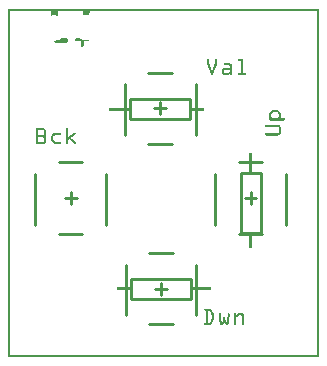
<source format=gto>
G04 MADE WITH FRITZING*
G04 WWW.FRITZING.ORG*
G04 DOUBLE SIDED*
G04 HOLES PLATED*
G04 CONTOUR ON CENTER OF CONTOUR VECTOR*
%ASAXBY*%
%FSLAX23Y23*%
%MOIN*%
%OFA0B0*%
%SFA1.0B1.0*%
%ADD10C,0.010000*%
%ADD11R,0.001000X0.001000*%
%LNSILK1*%
G90*
G70*
G54D10*
X844Y614D02*
X844Y414D01*
D02*
X844Y414D02*
X778Y414D01*
D02*
X778Y414D02*
X778Y614D01*
D02*
X778Y614D02*
X844Y614D01*
D02*
X611Y196D02*
X411Y196D01*
D02*
X411Y196D02*
X411Y262D01*
D02*
X411Y262D02*
X611Y262D01*
D02*
X611Y262D02*
X611Y196D01*
D02*
X407Y860D02*
X607Y860D01*
D02*
X607Y860D02*
X607Y794D01*
D02*
X607Y794D02*
X407Y794D01*
D02*
X407Y794D02*
X407Y860D01*
D02*
X549Y111D02*
X470Y111D01*
D02*
X628Y308D02*
X628Y140D01*
D02*
X392Y308D02*
X392Y140D01*
D02*
X549Y347D02*
X470Y347D01*
D02*
X529Y229D02*
X490Y229D01*
D02*
X510Y209D02*
X510Y249D01*
D02*
X848Y413D02*
X769Y413D01*
D02*
X927Y610D02*
X927Y443D01*
D02*
X691Y610D02*
X691Y443D01*
D02*
X848Y650D02*
X769Y650D01*
D02*
X828Y532D02*
X789Y532D01*
D02*
X809Y512D02*
X809Y551D01*
D02*
X547Y713D02*
X468Y713D01*
D02*
X626Y910D02*
X626Y743D01*
D02*
X389Y910D02*
X389Y743D01*
D02*
X547Y949D02*
X468Y949D01*
D02*
X527Y831D02*
X488Y831D01*
D02*
X507Y812D02*
X507Y851D01*
D02*
X248Y413D02*
X170Y413D01*
D02*
X327Y610D02*
X327Y443D01*
D02*
X91Y610D02*
X91Y443D01*
D02*
X248Y650D02*
X170Y650D01*
D02*
X229Y531D02*
X189Y531D01*
D02*
X209Y512D02*
X209Y551D01*
G54D11*
X0Y1161D02*
X1037Y1161D01*
X0Y1160D02*
X1037Y1160D01*
X0Y1159D02*
X1037Y1159D01*
X0Y1158D02*
X1037Y1158D01*
X0Y1157D02*
X1037Y1157D01*
X0Y1156D02*
X1037Y1156D01*
X0Y1155D02*
X1037Y1155D01*
X0Y1154D02*
X1037Y1154D01*
X0Y1153D02*
X7Y1153D01*
X145Y1153D02*
X165Y1153D01*
X252Y1153D02*
X272Y1153D01*
X1030Y1153D02*
X1037Y1153D01*
X0Y1152D02*
X7Y1152D01*
X145Y1152D02*
X165Y1152D01*
X252Y1152D02*
X272Y1152D01*
X1030Y1152D02*
X1037Y1152D01*
X0Y1151D02*
X7Y1151D01*
X145Y1151D02*
X165Y1151D01*
X252Y1151D02*
X272Y1151D01*
X1030Y1151D02*
X1037Y1151D01*
X0Y1150D02*
X7Y1150D01*
X145Y1150D02*
X165Y1150D01*
X252Y1150D02*
X272Y1150D01*
X1030Y1150D02*
X1037Y1150D01*
X0Y1149D02*
X7Y1149D01*
X145Y1149D02*
X165Y1149D01*
X252Y1149D02*
X271Y1149D01*
X1030Y1149D02*
X1037Y1149D01*
X0Y1148D02*
X7Y1148D01*
X145Y1148D02*
X165Y1148D01*
X251Y1148D02*
X271Y1148D01*
X1030Y1148D02*
X1037Y1148D01*
X0Y1147D02*
X7Y1147D01*
X145Y1147D02*
X165Y1147D01*
X251Y1147D02*
X271Y1147D01*
X1030Y1147D02*
X1037Y1147D01*
X0Y1146D02*
X7Y1146D01*
X145Y1146D02*
X165Y1146D01*
X251Y1146D02*
X271Y1146D01*
X1030Y1146D02*
X1037Y1146D01*
X0Y1145D02*
X7Y1145D01*
X145Y1145D02*
X165Y1145D01*
X251Y1145D02*
X271Y1145D01*
X1030Y1145D02*
X1037Y1145D01*
X0Y1144D02*
X7Y1144D01*
X145Y1144D02*
X165Y1144D01*
X251Y1144D02*
X271Y1144D01*
X1030Y1144D02*
X1037Y1144D01*
X0Y1143D02*
X7Y1143D01*
X145Y1143D02*
X165Y1143D01*
X251Y1143D02*
X271Y1143D01*
X1030Y1143D02*
X1037Y1143D01*
X0Y1142D02*
X7Y1142D01*
X145Y1142D02*
X165Y1142D01*
X251Y1142D02*
X252Y1142D01*
X270Y1142D02*
X271Y1142D01*
X1030Y1142D02*
X1037Y1142D01*
X0Y1141D02*
X7Y1141D01*
X145Y1141D02*
X165Y1141D01*
X1030Y1141D02*
X1037Y1141D01*
X0Y1140D02*
X7Y1140D01*
X145Y1140D02*
X148Y1140D01*
X161Y1140D02*
X165Y1140D01*
X1030Y1140D02*
X1037Y1140D01*
X0Y1139D02*
X7Y1139D01*
X1030Y1139D02*
X1037Y1139D01*
X0Y1138D02*
X7Y1138D01*
X1030Y1138D02*
X1037Y1138D01*
X0Y1137D02*
X7Y1137D01*
X1030Y1137D02*
X1037Y1137D01*
X0Y1136D02*
X7Y1136D01*
X1030Y1136D02*
X1037Y1136D01*
X0Y1135D02*
X7Y1135D01*
X1030Y1135D02*
X1037Y1135D01*
X0Y1134D02*
X7Y1134D01*
X1030Y1134D02*
X1037Y1134D01*
X0Y1133D02*
X7Y1133D01*
X1030Y1133D02*
X1037Y1133D01*
X0Y1132D02*
X7Y1132D01*
X1030Y1132D02*
X1037Y1132D01*
X0Y1131D02*
X7Y1131D01*
X1030Y1131D02*
X1037Y1131D01*
X0Y1130D02*
X7Y1130D01*
X1030Y1130D02*
X1037Y1130D01*
X0Y1129D02*
X7Y1129D01*
X1030Y1129D02*
X1037Y1129D01*
X0Y1128D02*
X7Y1128D01*
X1030Y1128D02*
X1037Y1128D01*
X0Y1127D02*
X7Y1127D01*
X1030Y1127D02*
X1037Y1127D01*
X0Y1126D02*
X7Y1126D01*
X1030Y1126D02*
X1037Y1126D01*
X0Y1125D02*
X7Y1125D01*
X1030Y1125D02*
X1037Y1125D01*
X0Y1124D02*
X7Y1124D01*
X1030Y1124D02*
X1037Y1124D01*
X0Y1123D02*
X7Y1123D01*
X1030Y1123D02*
X1037Y1123D01*
X0Y1122D02*
X7Y1122D01*
X1030Y1122D02*
X1037Y1122D01*
X0Y1121D02*
X7Y1121D01*
X1030Y1121D02*
X1037Y1121D01*
X0Y1120D02*
X7Y1120D01*
X1030Y1120D02*
X1037Y1120D01*
X0Y1119D02*
X7Y1119D01*
X1030Y1119D02*
X1037Y1119D01*
X0Y1118D02*
X7Y1118D01*
X1030Y1118D02*
X1037Y1118D01*
X0Y1117D02*
X7Y1117D01*
X1030Y1117D02*
X1037Y1117D01*
X0Y1116D02*
X7Y1116D01*
X1030Y1116D02*
X1037Y1116D01*
X0Y1115D02*
X7Y1115D01*
X1030Y1115D02*
X1037Y1115D01*
X0Y1114D02*
X7Y1114D01*
X1030Y1114D02*
X1037Y1114D01*
X0Y1113D02*
X7Y1113D01*
X1030Y1113D02*
X1037Y1113D01*
X0Y1112D02*
X7Y1112D01*
X1030Y1112D02*
X1037Y1112D01*
X0Y1111D02*
X7Y1111D01*
X1030Y1111D02*
X1037Y1111D01*
X0Y1110D02*
X7Y1110D01*
X1030Y1110D02*
X1037Y1110D01*
X0Y1109D02*
X7Y1109D01*
X1030Y1109D02*
X1037Y1109D01*
X0Y1108D02*
X7Y1108D01*
X1030Y1108D02*
X1037Y1108D01*
X0Y1107D02*
X7Y1107D01*
X1030Y1107D02*
X1037Y1107D01*
X0Y1106D02*
X7Y1106D01*
X1030Y1106D02*
X1037Y1106D01*
X0Y1105D02*
X7Y1105D01*
X1030Y1105D02*
X1037Y1105D01*
X0Y1104D02*
X7Y1104D01*
X1030Y1104D02*
X1037Y1104D01*
X0Y1103D02*
X7Y1103D01*
X1030Y1103D02*
X1037Y1103D01*
X0Y1102D02*
X7Y1102D01*
X1030Y1102D02*
X1037Y1102D01*
X0Y1101D02*
X7Y1101D01*
X1030Y1101D02*
X1037Y1101D01*
X0Y1100D02*
X7Y1100D01*
X1030Y1100D02*
X1037Y1100D01*
X0Y1099D02*
X7Y1099D01*
X1030Y1099D02*
X1037Y1099D01*
X0Y1098D02*
X7Y1098D01*
X1030Y1098D02*
X1037Y1098D01*
X0Y1097D02*
X7Y1097D01*
X1030Y1097D02*
X1037Y1097D01*
X0Y1096D02*
X7Y1096D01*
X1030Y1096D02*
X1037Y1096D01*
X0Y1095D02*
X7Y1095D01*
X1030Y1095D02*
X1037Y1095D01*
X0Y1094D02*
X7Y1094D01*
X1030Y1094D02*
X1037Y1094D01*
X0Y1093D02*
X7Y1093D01*
X1030Y1093D02*
X1037Y1093D01*
X0Y1092D02*
X7Y1092D01*
X1030Y1092D02*
X1037Y1092D01*
X0Y1091D02*
X7Y1091D01*
X1030Y1091D02*
X1037Y1091D01*
X0Y1090D02*
X7Y1090D01*
X1030Y1090D02*
X1037Y1090D01*
X0Y1089D02*
X7Y1089D01*
X1030Y1089D02*
X1037Y1089D01*
X0Y1088D02*
X7Y1088D01*
X1030Y1088D02*
X1037Y1088D01*
X0Y1087D02*
X7Y1087D01*
X1030Y1087D02*
X1037Y1087D01*
X0Y1086D02*
X7Y1086D01*
X1030Y1086D02*
X1037Y1086D01*
X0Y1085D02*
X7Y1085D01*
X1030Y1085D02*
X1037Y1085D01*
X0Y1084D02*
X7Y1084D01*
X1030Y1084D02*
X1037Y1084D01*
X0Y1083D02*
X7Y1083D01*
X1030Y1083D02*
X1037Y1083D01*
X0Y1082D02*
X7Y1082D01*
X1030Y1082D02*
X1037Y1082D01*
X0Y1081D02*
X7Y1081D01*
X1030Y1081D02*
X1037Y1081D01*
X0Y1080D02*
X7Y1080D01*
X1030Y1080D02*
X1037Y1080D01*
X0Y1079D02*
X7Y1079D01*
X1030Y1079D02*
X1037Y1079D01*
X0Y1078D02*
X7Y1078D01*
X1030Y1078D02*
X1037Y1078D01*
X0Y1077D02*
X7Y1077D01*
X1030Y1077D02*
X1037Y1077D01*
X0Y1076D02*
X7Y1076D01*
X1030Y1076D02*
X1037Y1076D01*
X0Y1075D02*
X7Y1075D01*
X1030Y1075D02*
X1037Y1075D01*
X0Y1074D02*
X7Y1074D01*
X1030Y1074D02*
X1037Y1074D01*
X0Y1073D02*
X7Y1073D01*
X1030Y1073D02*
X1037Y1073D01*
X0Y1072D02*
X7Y1072D01*
X1030Y1072D02*
X1037Y1072D01*
X0Y1071D02*
X7Y1071D01*
X1030Y1071D02*
X1037Y1071D01*
X0Y1070D02*
X7Y1070D01*
X1030Y1070D02*
X1037Y1070D01*
X0Y1069D02*
X7Y1069D01*
X1030Y1069D02*
X1037Y1069D01*
X0Y1068D02*
X7Y1068D01*
X1030Y1068D02*
X1037Y1068D01*
X0Y1067D02*
X7Y1067D01*
X1030Y1067D02*
X1037Y1067D01*
X0Y1066D02*
X7Y1066D01*
X1030Y1066D02*
X1037Y1066D01*
X0Y1065D02*
X7Y1065D01*
X1030Y1065D02*
X1037Y1065D01*
X0Y1064D02*
X7Y1064D01*
X1030Y1064D02*
X1037Y1064D01*
X0Y1063D02*
X7Y1063D01*
X179Y1063D02*
X198Y1063D01*
X226Y1063D02*
X240Y1063D01*
X1030Y1063D02*
X1037Y1063D01*
X0Y1062D02*
X7Y1062D01*
X177Y1062D02*
X199Y1062D01*
X225Y1062D02*
X242Y1062D01*
X1030Y1062D02*
X1037Y1062D01*
X0Y1061D02*
X7Y1061D01*
X175Y1061D02*
X200Y1061D01*
X224Y1061D02*
X245Y1061D01*
X1030Y1061D02*
X1037Y1061D01*
X0Y1060D02*
X7Y1060D01*
X173Y1060D02*
X200Y1060D01*
X224Y1060D02*
X247Y1060D01*
X1030Y1060D02*
X1037Y1060D01*
X0Y1059D02*
X7Y1059D01*
X171Y1059D02*
X201Y1059D01*
X224Y1059D02*
X251Y1059D01*
X270Y1059D02*
X271Y1059D01*
X1030Y1059D02*
X1037Y1059D01*
X0Y1058D02*
X7Y1058D01*
X169Y1058D02*
X201Y1058D01*
X224Y1058D02*
X259Y1058D01*
X262Y1058D02*
X271Y1058D01*
X1030Y1058D02*
X1037Y1058D01*
X0Y1057D02*
X7Y1057D01*
X165Y1057D02*
X201Y1057D01*
X224Y1057D02*
X271Y1057D01*
X1030Y1057D02*
X1037Y1057D01*
X0Y1056D02*
X7Y1056D01*
X160Y1056D02*
X201Y1056D01*
X225Y1056D02*
X270Y1056D01*
X1030Y1056D02*
X1037Y1056D01*
X0Y1055D02*
X7Y1055D01*
X153Y1055D02*
X201Y1055D01*
X226Y1055D02*
X269Y1055D01*
X1030Y1055D02*
X1037Y1055D01*
X0Y1054D02*
X7Y1054D01*
X153Y1054D02*
X200Y1054D01*
X243Y1054D02*
X252Y1054D01*
X1030Y1054D02*
X1037Y1054D01*
X0Y1053D02*
X7Y1053D01*
X153Y1053D02*
X200Y1053D01*
X243Y1053D02*
X252Y1053D01*
X1030Y1053D02*
X1037Y1053D01*
X0Y1052D02*
X7Y1052D01*
X154Y1052D02*
X200Y1052D01*
X243Y1052D02*
X252Y1052D01*
X1030Y1052D02*
X1037Y1052D01*
X0Y1051D02*
X7Y1051D01*
X155Y1051D02*
X199Y1051D01*
X243Y1051D02*
X252Y1051D01*
X1030Y1051D02*
X1037Y1051D01*
X0Y1050D02*
X7Y1050D01*
X157Y1050D02*
X196Y1050D01*
X243Y1050D02*
X252Y1050D01*
X1030Y1050D02*
X1037Y1050D01*
X0Y1049D02*
X7Y1049D01*
X243Y1049D02*
X252Y1049D01*
X1030Y1049D02*
X1037Y1049D01*
X0Y1048D02*
X7Y1048D01*
X243Y1048D02*
X252Y1048D01*
X1030Y1048D02*
X1037Y1048D01*
X0Y1047D02*
X7Y1047D01*
X243Y1047D02*
X252Y1047D01*
X1030Y1047D02*
X1037Y1047D01*
X0Y1046D02*
X7Y1046D01*
X243Y1046D02*
X252Y1046D01*
X1030Y1046D02*
X1037Y1046D01*
X0Y1045D02*
X7Y1045D01*
X243Y1045D02*
X252Y1045D01*
X1030Y1045D02*
X1037Y1045D01*
X0Y1044D02*
X7Y1044D01*
X243Y1044D02*
X252Y1044D01*
X1030Y1044D02*
X1037Y1044D01*
X0Y1043D02*
X7Y1043D01*
X243Y1043D02*
X252Y1043D01*
X1030Y1043D02*
X1037Y1043D01*
X0Y1042D02*
X7Y1042D01*
X243Y1042D02*
X252Y1042D01*
X1030Y1042D02*
X1037Y1042D01*
X0Y1041D02*
X7Y1041D01*
X243Y1041D02*
X252Y1041D01*
X1030Y1041D02*
X1037Y1041D01*
X0Y1040D02*
X7Y1040D01*
X243Y1040D02*
X252Y1040D01*
X1030Y1040D02*
X1037Y1040D01*
X0Y1039D02*
X7Y1039D01*
X243Y1039D02*
X252Y1039D01*
X1030Y1039D02*
X1037Y1039D01*
X0Y1038D02*
X7Y1038D01*
X243Y1038D02*
X252Y1038D01*
X1030Y1038D02*
X1037Y1038D01*
X0Y1037D02*
X7Y1037D01*
X244Y1037D02*
X251Y1037D01*
X1030Y1037D02*
X1037Y1037D01*
X0Y1036D02*
X7Y1036D01*
X245Y1036D02*
X250Y1036D01*
X1030Y1036D02*
X1037Y1036D01*
X0Y1035D02*
X7Y1035D01*
X246Y1035D02*
X249Y1035D01*
X1030Y1035D02*
X1037Y1035D01*
X0Y1034D02*
X7Y1034D01*
X1030Y1034D02*
X1037Y1034D01*
X0Y1033D02*
X7Y1033D01*
X1030Y1033D02*
X1037Y1033D01*
X0Y1032D02*
X7Y1032D01*
X1030Y1032D02*
X1037Y1032D01*
X0Y1031D02*
X7Y1031D01*
X1030Y1031D02*
X1037Y1031D01*
X0Y1030D02*
X7Y1030D01*
X1030Y1030D02*
X1037Y1030D01*
X0Y1029D02*
X7Y1029D01*
X1030Y1029D02*
X1037Y1029D01*
X0Y1028D02*
X7Y1028D01*
X1030Y1028D02*
X1037Y1028D01*
X0Y1027D02*
X7Y1027D01*
X1030Y1027D02*
X1037Y1027D01*
X0Y1026D02*
X7Y1026D01*
X1030Y1026D02*
X1037Y1026D01*
X0Y1025D02*
X7Y1025D01*
X1030Y1025D02*
X1037Y1025D01*
X0Y1024D02*
X7Y1024D01*
X1030Y1024D02*
X1037Y1024D01*
X0Y1023D02*
X7Y1023D01*
X1030Y1023D02*
X1037Y1023D01*
X0Y1022D02*
X7Y1022D01*
X1030Y1022D02*
X1037Y1022D01*
X0Y1021D02*
X7Y1021D01*
X1030Y1021D02*
X1037Y1021D01*
X0Y1020D02*
X7Y1020D01*
X1030Y1020D02*
X1037Y1020D01*
X0Y1019D02*
X7Y1019D01*
X1030Y1019D02*
X1037Y1019D01*
X0Y1018D02*
X7Y1018D01*
X1030Y1018D02*
X1037Y1018D01*
X0Y1017D02*
X7Y1017D01*
X1030Y1017D02*
X1037Y1017D01*
X0Y1016D02*
X7Y1016D01*
X1030Y1016D02*
X1037Y1016D01*
X0Y1015D02*
X7Y1015D01*
X1030Y1015D02*
X1037Y1015D01*
X0Y1014D02*
X7Y1014D01*
X1030Y1014D02*
X1037Y1014D01*
X0Y1013D02*
X7Y1013D01*
X1030Y1013D02*
X1037Y1013D01*
X0Y1012D02*
X7Y1012D01*
X1030Y1012D02*
X1037Y1012D01*
X0Y1011D02*
X7Y1011D01*
X1030Y1011D02*
X1037Y1011D01*
X0Y1010D02*
X7Y1010D01*
X1030Y1010D02*
X1037Y1010D01*
X0Y1009D02*
X7Y1009D01*
X1030Y1009D02*
X1037Y1009D01*
X0Y1008D02*
X7Y1008D01*
X1030Y1008D02*
X1037Y1008D01*
X0Y1007D02*
X7Y1007D01*
X1030Y1007D02*
X1037Y1007D01*
X0Y1006D02*
X7Y1006D01*
X1030Y1006D02*
X1037Y1006D01*
X0Y1005D02*
X7Y1005D01*
X1030Y1005D02*
X1037Y1005D01*
X0Y1004D02*
X7Y1004D01*
X1030Y1004D02*
X1037Y1004D01*
X0Y1003D02*
X7Y1003D01*
X1030Y1003D02*
X1037Y1003D01*
X0Y1002D02*
X7Y1002D01*
X1030Y1002D02*
X1037Y1002D01*
X0Y1001D02*
X7Y1001D01*
X1030Y1001D02*
X1037Y1001D01*
X0Y1000D02*
X7Y1000D01*
X1030Y1000D02*
X1037Y1000D01*
X0Y999D02*
X7Y999D01*
X1030Y999D02*
X1037Y999D01*
X0Y998D02*
X7Y998D01*
X1030Y998D02*
X1037Y998D01*
X0Y997D02*
X7Y997D01*
X1030Y997D02*
X1037Y997D01*
X0Y996D02*
X7Y996D01*
X1030Y996D02*
X1037Y996D01*
X0Y995D02*
X7Y995D01*
X666Y995D02*
X668Y995D01*
X693Y995D02*
X695Y995D01*
X769Y995D02*
X781Y995D01*
X1030Y995D02*
X1037Y995D01*
X0Y994D02*
X7Y994D01*
X664Y994D02*
X669Y994D01*
X692Y994D02*
X696Y994D01*
X768Y994D02*
X783Y994D01*
X1030Y994D02*
X1037Y994D01*
X0Y993D02*
X7Y993D01*
X664Y993D02*
X669Y993D01*
X691Y993D02*
X697Y993D01*
X767Y993D02*
X783Y993D01*
X1030Y993D02*
X1037Y993D01*
X0Y992D02*
X7Y992D01*
X664Y992D02*
X670Y992D01*
X691Y992D02*
X697Y992D01*
X767Y992D02*
X783Y992D01*
X1030Y992D02*
X1037Y992D01*
X0Y991D02*
X7Y991D01*
X664Y991D02*
X670Y991D01*
X691Y991D02*
X697Y991D01*
X767Y991D02*
X783Y991D01*
X1030Y991D02*
X1037Y991D01*
X0Y990D02*
X7Y990D01*
X664Y990D02*
X670Y990D01*
X691Y990D02*
X697Y990D01*
X768Y990D02*
X783Y990D01*
X1030Y990D02*
X1037Y990D01*
X0Y989D02*
X7Y989D01*
X664Y989D02*
X670Y989D01*
X691Y989D02*
X697Y989D01*
X769Y989D02*
X783Y989D01*
X1030Y989D02*
X1037Y989D01*
X0Y988D02*
X7Y988D01*
X664Y988D02*
X670Y988D01*
X691Y988D02*
X697Y988D01*
X777Y988D02*
X783Y988D01*
X1030Y988D02*
X1037Y988D01*
X0Y987D02*
X7Y987D01*
X664Y987D02*
X670Y987D01*
X691Y987D02*
X697Y987D01*
X777Y987D02*
X783Y987D01*
X1030Y987D02*
X1037Y987D01*
X0Y986D02*
X7Y986D01*
X664Y986D02*
X670Y986D01*
X691Y986D02*
X697Y986D01*
X777Y986D02*
X783Y986D01*
X1030Y986D02*
X1037Y986D01*
X0Y985D02*
X7Y985D01*
X664Y985D02*
X670Y985D01*
X691Y985D02*
X697Y985D01*
X777Y985D02*
X783Y985D01*
X1030Y985D02*
X1037Y985D01*
X0Y984D02*
X7Y984D01*
X664Y984D02*
X670Y984D01*
X691Y984D02*
X697Y984D01*
X777Y984D02*
X783Y984D01*
X1030Y984D02*
X1037Y984D01*
X0Y983D02*
X7Y983D01*
X664Y983D02*
X670Y983D01*
X691Y983D02*
X697Y983D01*
X777Y983D02*
X783Y983D01*
X1030Y983D02*
X1037Y983D01*
X0Y982D02*
X7Y982D01*
X664Y982D02*
X670Y982D01*
X691Y982D02*
X697Y982D01*
X777Y982D02*
X783Y982D01*
X1030Y982D02*
X1037Y982D01*
X0Y981D02*
X7Y981D01*
X664Y981D02*
X670Y981D01*
X691Y981D02*
X697Y981D01*
X777Y981D02*
X783Y981D01*
X1030Y981D02*
X1037Y981D01*
X0Y980D02*
X7Y980D01*
X664Y980D02*
X670Y980D01*
X691Y980D02*
X697Y980D01*
X722Y980D02*
X740Y980D01*
X777Y980D02*
X783Y980D01*
X1030Y980D02*
X1037Y980D01*
X0Y979D02*
X7Y979D01*
X664Y979D02*
X670Y979D01*
X690Y979D02*
X697Y979D01*
X721Y979D02*
X741Y979D01*
X777Y979D02*
X783Y979D01*
X1030Y979D02*
X1037Y979D01*
X0Y978D02*
X7Y978D01*
X664Y978D02*
X671Y978D01*
X690Y978D02*
X697Y978D01*
X721Y978D02*
X743Y978D01*
X777Y978D02*
X783Y978D01*
X1030Y978D02*
X1037Y978D01*
X0Y977D02*
X7Y977D01*
X665Y977D02*
X671Y977D01*
X690Y977D02*
X696Y977D01*
X721Y977D02*
X744Y977D01*
X777Y977D02*
X783Y977D01*
X1030Y977D02*
X1037Y977D01*
X0Y976D02*
X7Y976D01*
X665Y976D02*
X672Y976D01*
X689Y976D02*
X696Y976D01*
X721Y976D02*
X745Y976D01*
X777Y976D02*
X783Y976D01*
X1030Y976D02*
X1037Y976D01*
X0Y975D02*
X7Y975D01*
X665Y975D02*
X672Y975D01*
X689Y975D02*
X695Y975D01*
X721Y975D02*
X745Y975D01*
X777Y975D02*
X783Y975D01*
X1030Y975D02*
X1037Y975D01*
X0Y974D02*
X7Y974D01*
X666Y974D02*
X672Y974D01*
X689Y974D02*
X695Y974D01*
X723Y974D02*
X746Y974D01*
X777Y974D02*
X783Y974D01*
X1030Y974D02*
X1037Y974D01*
X0Y973D02*
X7Y973D01*
X666Y973D02*
X673Y973D01*
X688Y973D02*
X695Y973D01*
X739Y973D02*
X746Y973D01*
X777Y973D02*
X783Y973D01*
X1030Y973D02*
X1037Y973D01*
X0Y972D02*
X7Y972D01*
X666Y972D02*
X673Y972D01*
X688Y972D02*
X694Y972D01*
X740Y972D02*
X746Y972D01*
X777Y972D02*
X783Y972D01*
X1030Y972D02*
X1037Y972D01*
X0Y971D02*
X7Y971D01*
X667Y971D02*
X673Y971D01*
X687Y971D02*
X694Y971D01*
X740Y971D02*
X746Y971D01*
X777Y971D02*
X783Y971D01*
X1030Y971D02*
X1037Y971D01*
X0Y970D02*
X7Y970D01*
X667Y970D02*
X674Y970D01*
X687Y970D02*
X694Y970D01*
X740Y970D02*
X746Y970D01*
X777Y970D02*
X783Y970D01*
X1030Y970D02*
X1037Y970D01*
X0Y969D02*
X7Y969D01*
X668Y969D02*
X674Y969D01*
X687Y969D02*
X693Y969D01*
X740Y969D02*
X746Y969D01*
X777Y969D02*
X783Y969D01*
X1030Y969D02*
X1037Y969D01*
X0Y968D02*
X7Y968D01*
X668Y968D02*
X675Y968D01*
X686Y968D02*
X693Y968D01*
X740Y968D02*
X746Y968D01*
X777Y968D02*
X783Y968D01*
X1030Y968D02*
X1037Y968D01*
X0Y967D02*
X7Y967D01*
X668Y967D02*
X675Y967D01*
X686Y967D02*
X692Y967D01*
X740Y967D02*
X746Y967D01*
X777Y967D02*
X783Y967D01*
X1030Y967D02*
X1037Y967D01*
X0Y966D02*
X7Y966D01*
X669Y966D02*
X675Y966D01*
X685Y966D02*
X692Y966D01*
X740Y966D02*
X746Y966D01*
X777Y966D02*
X783Y966D01*
X1030Y966D02*
X1037Y966D01*
X0Y965D02*
X7Y965D01*
X669Y965D02*
X676Y965D01*
X685Y965D02*
X692Y965D01*
X720Y965D02*
X746Y965D01*
X777Y965D02*
X783Y965D01*
X1030Y965D02*
X1037Y965D01*
X0Y964D02*
X7Y964D01*
X670Y964D02*
X676Y964D01*
X685Y964D02*
X691Y964D01*
X718Y964D02*
X746Y964D01*
X777Y964D02*
X783Y964D01*
X1030Y964D02*
X1037Y964D01*
X0Y963D02*
X7Y963D01*
X670Y963D02*
X677Y963D01*
X684Y963D02*
X691Y963D01*
X717Y963D02*
X747Y963D01*
X777Y963D02*
X783Y963D01*
X1030Y963D02*
X1037Y963D01*
X0Y962D02*
X7Y962D01*
X670Y962D02*
X677Y962D01*
X684Y962D02*
X690Y962D01*
X716Y962D02*
X747Y962D01*
X777Y962D02*
X783Y962D01*
X1030Y962D02*
X1037Y962D01*
X0Y961D02*
X7Y961D01*
X671Y961D02*
X677Y961D01*
X683Y961D02*
X690Y961D01*
X715Y961D02*
X747Y961D01*
X777Y961D02*
X783Y961D01*
X1030Y961D02*
X1037Y961D01*
X0Y960D02*
X7Y960D01*
X671Y960D02*
X678Y960D01*
X683Y960D02*
X690Y960D01*
X715Y960D02*
X747Y960D01*
X777Y960D02*
X783Y960D01*
X1030Y960D02*
X1037Y960D01*
X0Y959D02*
X7Y959D01*
X672Y959D02*
X678Y959D01*
X683Y959D02*
X689Y959D01*
X714Y959D02*
X747Y959D01*
X777Y959D02*
X783Y959D01*
X1030Y959D02*
X1037Y959D01*
X0Y958D02*
X7Y958D01*
X672Y958D02*
X679Y958D01*
X682Y958D02*
X689Y958D01*
X714Y958D02*
X721Y958D01*
X740Y958D02*
X747Y958D01*
X777Y958D02*
X783Y958D01*
X1030Y958D02*
X1037Y958D01*
X0Y957D02*
X7Y957D01*
X672Y957D02*
X679Y957D01*
X682Y957D02*
X688Y957D01*
X714Y957D02*
X720Y957D01*
X740Y957D02*
X747Y957D01*
X777Y957D02*
X783Y957D01*
X1030Y957D02*
X1037Y957D01*
X0Y956D02*
X7Y956D01*
X673Y956D02*
X679Y956D01*
X682Y956D02*
X688Y956D01*
X714Y956D02*
X720Y956D01*
X741Y956D02*
X747Y956D01*
X777Y956D02*
X783Y956D01*
X1030Y956D02*
X1037Y956D01*
X0Y955D02*
X7Y955D01*
X673Y955D02*
X688Y955D01*
X714Y955D02*
X720Y955D01*
X741Y955D02*
X747Y955D01*
X777Y955D02*
X783Y955D01*
X1030Y955D02*
X1037Y955D01*
X0Y954D02*
X7Y954D01*
X673Y954D02*
X687Y954D01*
X714Y954D02*
X720Y954D01*
X741Y954D02*
X747Y954D01*
X777Y954D02*
X783Y954D01*
X1030Y954D02*
X1037Y954D01*
X0Y953D02*
X7Y953D01*
X674Y953D02*
X687Y953D01*
X714Y953D02*
X720Y953D01*
X741Y953D02*
X747Y953D01*
X777Y953D02*
X783Y953D01*
X1030Y953D02*
X1037Y953D01*
X0Y952D02*
X7Y952D01*
X674Y952D02*
X686Y952D01*
X714Y952D02*
X720Y952D01*
X740Y952D02*
X747Y952D01*
X777Y952D02*
X783Y952D01*
X1030Y952D02*
X1037Y952D01*
X0Y951D02*
X7Y951D01*
X675Y951D02*
X686Y951D01*
X714Y951D02*
X720Y951D01*
X738Y951D02*
X747Y951D01*
X777Y951D02*
X783Y951D01*
X1030Y951D02*
X1037Y951D01*
X0Y950D02*
X7Y950D01*
X675Y950D02*
X686Y950D01*
X714Y950D02*
X720Y950D01*
X736Y950D02*
X747Y950D01*
X777Y950D02*
X783Y950D01*
X1030Y950D02*
X1037Y950D01*
X0Y949D02*
X7Y949D01*
X675Y949D02*
X685Y949D01*
X714Y949D02*
X721Y949D01*
X735Y949D02*
X747Y949D01*
X777Y949D02*
X783Y949D01*
X1030Y949D02*
X1037Y949D01*
X0Y948D02*
X7Y948D01*
X676Y948D02*
X685Y948D01*
X714Y948D02*
X747Y948D01*
X769Y948D02*
X791Y948D01*
X1030Y948D02*
X1037Y948D01*
X0Y947D02*
X7Y947D01*
X676Y947D02*
X685Y947D01*
X715Y947D02*
X747Y947D01*
X768Y947D02*
X793Y947D01*
X1030Y947D02*
X1037Y947D01*
X0Y946D02*
X7Y946D01*
X677Y946D02*
X684Y946D01*
X715Y946D02*
X747Y946D01*
X767Y946D02*
X793Y946D01*
X1030Y946D02*
X1037Y946D01*
X0Y945D02*
X7Y945D01*
X677Y945D02*
X684Y945D01*
X716Y945D02*
X747Y945D01*
X767Y945D02*
X794Y945D01*
X1030Y945D02*
X1037Y945D01*
X0Y944D02*
X7Y944D01*
X677Y944D02*
X683Y944D01*
X717Y944D02*
X739Y944D01*
X741Y944D02*
X747Y944D01*
X767Y944D02*
X793Y944D01*
X1030Y944D02*
X1037Y944D01*
X0Y943D02*
X7Y943D01*
X678Y943D02*
X683Y943D01*
X718Y943D02*
X737Y943D01*
X742Y943D02*
X747Y943D01*
X768Y943D02*
X793Y943D01*
X1030Y943D02*
X1037Y943D01*
X0Y942D02*
X7Y942D01*
X679Y942D02*
X682Y942D01*
X720Y942D02*
X735Y942D01*
X743Y942D02*
X746Y942D01*
X768Y942D02*
X792Y942D01*
X1030Y942D02*
X1037Y942D01*
X0Y941D02*
X7Y941D01*
X1030Y941D02*
X1037Y941D01*
X0Y940D02*
X7Y940D01*
X1030Y940D02*
X1037Y940D01*
X0Y939D02*
X7Y939D01*
X1030Y939D02*
X1037Y939D01*
X0Y938D02*
X7Y938D01*
X1030Y938D02*
X1037Y938D01*
X0Y937D02*
X7Y937D01*
X1030Y937D02*
X1037Y937D01*
X0Y936D02*
X7Y936D01*
X1030Y936D02*
X1037Y936D01*
X0Y935D02*
X7Y935D01*
X1030Y935D02*
X1037Y935D01*
X0Y934D02*
X7Y934D01*
X1030Y934D02*
X1037Y934D01*
X0Y933D02*
X7Y933D01*
X1030Y933D02*
X1037Y933D01*
X0Y932D02*
X7Y932D01*
X1030Y932D02*
X1037Y932D01*
X0Y931D02*
X7Y931D01*
X1030Y931D02*
X1037Y931D01*
X0Y930D02*
X7Y930D01*
X1030Y930D02*
X1037Y930D01*
X0Y929D02*
X7Y929D01*
X1030Y929D02*
X1037Y929D01*
X0Y928D02*
X7Y928D01*
X1030Y928D02*
X1037Y928D01*
X0Y927D02*
X7Y927D01*
X1030Y927D02*
X1037Y927D01*
X0Y926D02*
X7Y926D01*
X1030Y926D02*
X1037Y926D01*
X0Y925D02*
X7Y925D01*
X1030Y925D02*
X1037Y925D01*
X0Y924D02*
X7Y924D01*
X1030Y924D02*
X1037Y924D01*
X0Y923D02*
X7Y923D01*
X1030Y923D02*
X1037Y923D01*
X0Y922D02*
X7Y922D01*
X1030Y922D02*
X1037Y922D01*
X0Y921D02*
X7Y921D01*
X1030Y921D02*
X1037Y921D01*
X0Y920D02*
X7Y920D01*
X1030Y920D02*
X1037Y920D01*
X0Y919D02*
X7Y919D01*
X1030Y919D02*
X1037Y919D01*
X0Y918D02*
X7Y918D01*
X1030Y918D02*
X1037Y918D01*
X0Y917D02*
X7Y917D01*
X1030Y917D02*
X1037Y917D01*
X0Y916D02*
X7Y916D01*
X1030Y916D02*
X1037Y916D01*
X0Y915D02*
X7Y915D01*
X1030Y915D02*
X1037Y915D01*
X0Y914D02*
X7Y914D01*
X1030Y914D02*
X1037Y914D01*
X0Y913D02*
X7Y913D01*
X1030Y913D02*
X1037Y913D01*
X0Y912D02*
X7Y912D01*
X1030Y912D02*
X1037Y912D01*
X0Y911D02*
X7Y911D01*
X1030Y911D02*
X1037Y911D01*
X0Y910D02*
X7Y910D01*
X1030Y910D02*
X1037Y910D01*
X0Y909D02*
X7Y909D01*
X1030Y909D02*
X1037Y909D01*
X0Y908D02*
X7Y908D01*
X1030Y908D02*
X1037Y908D01*
X0Y907D02*
X7Y907D01*
X1030Y907D02*
X1037Y907D01*
X0Y906D02*
X7Y906D01*
X1030Y906D02*
X1037Y906D01*
X0Y905D02*
X7Y905D01*
X1030Y905D02*
X1037Y905D01*
X0Y904D02*
X7Y904D01*
X1030Y904D02*
X1037Y904D01*
X0Y903D02*
X7Y903D01*
X1030Y903D02*
X1037Y903D01*
X0Y902D02*
X7Y902D01*
X1030Y902D02*
X1037Y902D01*
X0Y901D02*
X7Y901D01*
X1030Y901D02*
X1037Y901D01*
X0Y900D02*
X7Y900D01*
X1030Y900D02*
X1037Y900D01*
X0Y899D02*
X7Y899D01*
X1030Y899D02*
X1037Y899D01*
X0Y898D02*
X7Y898D01*
X1030Y898D02*
X1037Y898D01*
X0Y897D02*
X7Y897D01*
X1030Y897D02*
X1037Y897D01*
X0Y896D02*
X7Y896D01*
X1030Y896D02*
X1037Y896D01*
X0Y895D02*
X7Y895D01*
X1030Y895D02*
X1037Y895D01*
X0Y894D02*
X7Y894D01*
X1030Y894D02*
X1037Y894D01*
X0Y893D02*
X7Y893D01*
X1030Y893D02*
X1037Y893D01*
X0Y892D02*
X7Y892D01*
X1030Y892D02*
X1037Y892D01*
X0Y891D02*
X7Y891D01*
X1030Y891D02*
X1037Y891D01*
X0Y890D02*
X7Y890D01*
X1030Y890D02*
X1037Y890D01*
X0Y889D02*
X7Y889D01*
X1030Y889D02*
X1037Y889D01*
X0Y888D02*
X7Y888D01*
X1030Y888D02*
X1037Y888D01*
X0Y887D02*
X7Y887D01*
X1030Y887D02*
X1037Y887D01*
X0Y886D02*
X7Y886D01*
X1030Y886D02*
X1037Y886D01*
X0Y885D02*
X7Y885D01*
X1030Y885D02*
X1037Y885D01*
X0Y884D02*
X7Y884D01*
X1030Y884D02*
X1037Y884D01*
X0Y883D02*
X7Y883D01*
X1030Y883D02*
X1037Y883D01*
X0Y882D02*
X7Y882D01*
X1030Y882D02*
X1037Y882D01*
X0Y881D02*
X7Y881D01*
X1030Y881D02*
X1037Y881D01*
X0Y880D02*
X7Y880D01*
X1030Y880D02*
X1037Y880D01*
X0Y879D02*
X7Y879D01*
X1030Y879D02*
X1037Y879D01*
X0Y878D02*
X7Y878D01*
X1030Y878D02*
X1037Y878D01*
X0Y877D02*
X7Y877D01*
X1030Y877D02*
X1037Y877D01*
X0Y876D02*
X7Y876D01*
X1030Y876D02*
X1037Y876D01*
X0Y875D02*
X7Y875D01*
X1030Y875D02*
X1037Y875D01*
X0Y874D02*
X7Y874D01*
X1030Y874D02*
X1037Y874D01*
X0Y873D02*
X7Y873D01*
X1030Y873D02*
X1037Y873D01*
X0Y872D02*
X7Y872D01*
X1030Y872D02*
X1037Y872D01*
X0Y871D02*
X7Y871D01*
X1030Y871D02*
X1037Y871D01*
X0Y870D02*
X7Y870D01*
X1030Y870D02*
X1037Y870D01*
X0Y869D02*
X7Y869D01*
X1030Y869D02*
X1037Y869D01*
X0Y868D02*
X7Y868D01*
X1030Y868D02*
X1037Y868D01*
X0Y867D02*
X7Y867D01*
X1030Y867D02*
X1037Y867D01*
X0Y866D02*
X7Y866D01*
X1030Y866D02*
X1037Y866D01*
X0Y865D02*
X7Y865D01*
X1030Y865D02*
X1037Y865D01*
X0Y864D02*
X7Y864D01*
X1030Y864D02*
X1037Y864D01*
X0Y863D02*
X7Y863D01*
X1030Y863D02*
X1037Y863D01*
X0Y862D02*
X7Y862D01*
X1030Y862D02*
X1037Y862D01*
X0Y861D02*
X7Y861D01*
X1030Y861D02*
X1037Y861D01*
X0Y860D02*
X7Y860D01*
X1030Y860D02*
X1037Y860D01*
X0Y859D02*
X7Y859D01*
X1030Y859D02*
X1037Y859D01*
X0Y858D02*
X7Y858D01*
X1030Y858D02*
X1037Y858D01*
X0Y857D02*
X7Y857D01*
X1030Y857D02*
X1037Y857D01*
X0Y856D02*
X7Y856D01*
X1030Y856D02*
X1037Y856D01*
X0Y855D02*
X7Y855D01*
X1030Y855D02*
X1037Y855D01*
X0Y854D02*
X7Y854D01*
X1030Y854D02*
X1037Y854D01*
X0Y853D02*
X7Y853D01*
X1030Y853D02*
X1037Y853D01*
X0Y852D02*
X7Y852D01*
X1030Y852D02*
X1037Y852D01*
X0Y851D02*
X7Y851D01*
X1030Y851D02*
X1037Y851D01*
X0Y850D02*
X7Y850D01*
X1030Y850D02*
X1037Y850D01*
X0Y849D02*
X7Y849D01*
X1030Y849D02*
X1037Y849D01*
X0Y848D02*
X7Y848D01*
X1030Y848D02*
X1037Y848D01*
X0Y847D02*
X7Y847D01*
X1030Y847D02*
X1037Y847D01*
X0Y846D02*
X7Y846D01*
X1030Y846D02*
X1037Y846D01*
X0Y845D02*
X7Y845D01*
X1030Y845D02*
X1037Y845D01*
X0Y844D02*
X7Y844D01*
X1030Y844D02*
X1037Y844D01*
X0Y843D02*
X7Y843D01*
X1030Y843D02*
X1037Y843D01*
X0Y842D02*
X7Y842D01*
X1030Y842D02*
X1037Y842D01*
X0Y841D02*
X7Y841D01*
X1030Y841D02*
X1037Y841D01*
X0Y840D02*
X7Y840D01*
X1030Y840D02*
X1037Y840D01*
X0Y839D02*
X7Y839D01*
X1030Y839D02*
X1037Y839D01*
X0Y838D02*
X7Y838D01*
X1030Y838D02*
X1037Y838D01*
X0Y837D02*
X7Y837D01*
X1030Y837D02*
X1037Y837D01*
X0Y836D02*
X7Y836D01*
X1030Y836D02*
X1037Y836D01*
X0Y835D02*
X7Y835D01*
X1030Y835D02*
X1037Y835D01*
X0Y834D02*
X7Y834D01*
X1030Y834D02*
X1037Y834D01*
X0Y833D02*
X7Y833D01*
X1030Y833D02*
X1037Y833D01*
X0Y832D02*
X7Y832D01*
X339Y832D02*
X405Y832D01*
X606Y832D02*
X653Y832D01*
X1030Y832D02*
X1037Y832D01*
X0Y831D02*
X7Y831D01*
X339Y831D02*
X405Y831D01*
X606Y831D02*
X653Y831D01*
X1030Y831D02*
X1037Y831D01*
X0Y830D02*
X7Y830D01*
X339Y830D02*
X405Y830D01*
X606Y830D02*
X653Y830D01*
X1030Y830D02*
X1037Y830D01*
X0Y829D02*
X7Y829D01*
X339Y829D02*
X405Y829D01*
X606Y829D02*
X653Y829D01*
X1030Y829D02*
X1037Y829D01*
X0Y828D02*
X7Y828D01*
X339Y828D02*
X405Y828D01*
X606Y828D02*
X653Y828D01*
X1030Y828D02*
X1037Y828D01*
X0Y827D02*
X7Y827D01*
X339Y827D02*
X405Y827D01*
X606Y827D02*
X653Y827D01*
X1030Y827D02*
X1037Y827D01*
X0Y826D02*
X7Y826D01*
X339Y826D02*
X405Y826D01*
X606Y826D02*
X653Y826D01*
X1030Y826D02*
X1037Y826D01*
X0Y825D02*
X7Y825D01*
X339Y825D02*
X405Y825D01*
X606Y825D02*
X653Y825D01*
X1030Y825D02*
X1037Y825D01*
X0Y824D02*
X7Y824D01*
X339Y824D02*
X405Y824D01*
X606Y824D02*
X653Y824D01*
X882Y824D02*
X899Y824D01*
X1030Y824D02*
X1037Y824D01*
X0Y823D02*
X7Y823D01*
X339Y823D02*
X405Y823D01*
X606Y823D02*
X654Y823D01*
X880Y823D02*
X901Y823D01*
X1030Y823D02*
X1037Y823D01*
X0Y822D02*
X7Y822D01*
X879Y822D02*
X902Y822D01*
X1030Y822D02*
X1037Y822D01*
X0Y821D02*
X7Y821D01*
X878Y821D02*
X903Y821D01*
X1030Y821D02*
X1037Y821D01*
X0Y820D02*
X7Y820D01*
X877Y820D02*
X904Y820D01*
X1030Y820D02*
X1037Y820D01*
X0Y819D02*
X7Y819D01*
X876Y819D02*
X905Y819D01*
X1030Y819D02*
X1037Y819D01*
X0Y818D02*
X7Y818D01*
X875Y818D02*
X906Y818D01*
X1030Y818D02*
X1037Y818D01*
X0Y817D02*
X7Y817D01*
X874Y817D02*
X883Y817D01*
X898Y817D02*
X907Y817D01*
X1030Y817D02*
X1037Y817D01*
X0Y816D02*
X7Y816D01*
X873Y816D02*
X882Y816D01*
X900Y816D02*
X908Y816D01*
X1030Y816D02*
X1037Y816D01*
X0Y815D02*
X7Y815D01*
X872Y815D02*
X881Y815D01*
X900Y815D02*
X909Y815D01*
X1030Y815D02*
X1037Y815D01*
X0Y814D02*
X7Y814D01*
X872Y814D02*
X880Y814D01*
X901Y814D02*
X909Y814D01*
X1030Y814D02*
X1037Y814D01*
X0Y813D02*
X7Y813D01*
X871Y813D02*
X879Y813D01*
X902Y813D02*
X910Y813D01*
X1030Y813D02*
X1037Y813D01*
X0Y812D02*
X7Y812D01*
X871Y812D02*
X878Y812D01*
X903Y812D02*
X910Y812D01*
X1030Y812D02*
X1037Y812D01*
X0Y811D02*
X7Y811D01*
X870Y811D02*
X877Y811D01*
X904Y811D02*
X911Y811D01*
X1030Y811D02*
X1037Y811D01*
X0Y810D02*
X7Y810D01*
X870Y810D02*
X877Y810D01*
X905Y810D02*
X911Y810D01*
X1030Y810D02*
X1037Y810D01*
X0Y809D02*
X7Y809D01*
X870Y809D02*
X876Y809D01*
X905Y809D02*
X911Y809D01*
X1030Y809D02*
X1037Y809D01*
X0Y808D02*
X7Y808D01*
X870Y808D02*
X876Y808D01*
X905Y808D02*
X911Y808D01*
X1030Y808D02*
X1037Y808D01*
X0Y807D02*
X7Y807D01*
X870Y807D02*
X876Y807D01*
X905Y807D02*
X911Y807D01*
X1030Y807D02*
X1037Y807D01*
X0Y806D02*
X7Y806D01*
X870Y806D02*
X876Y806D01*
X905Y806D02*
X911Y806D01*
X1030Y806D02*
X1037Y806D01*
X0Y805D02*
X7Y805D01*
X870Y805D02*
X876Y805D01*
X905Y805D02*
X911Y805D01*
X1030Y805D02*
X1037Y805D01*
X0Y804D02*
X7Y804D01*
X870Y804D02*
X877Y804D01*
X904Y804D02*
X911Y804D01*
X1030Y804D02*
X1037Y804D01*
X0Y803D02*
X7Y803D01*
X871Y803D02*
X878Y803D01*
X903Y803D02*
X911Y803D01*
X1030Y803D02*
X1037Y803D01*
X0Y802D02*
X7Y802D01*
X871Y802D02*
X879Y802D01*
X902Y802D02*
X910Y802D01*
X1030Y802D02*
X1037Y802D01*
X0Y801D02*
X7Y801D01*
X872Y801D02*
X880Y801D01*
X901Y801D02*
X910Y801D01*
X1030Y801D02*
X1037Y801D01*
X0Y800D02*
X7Y800D01*
X872Y800D02*
X881Y800D01*
X900Y800D02*
X909Y800D01*
X1030Y800D02*
X1037Y800D01*
X0Y799D02*
X7Y799D01*
X873Y799D02*
X882Y799D01*
X899Y799D02*
X908Y799D01*
X1030Y799D02*
X1037Y799D01*
X0Y798D02*
X7Y798D01*
X874Y798D02*
X883Y798D01*
X898Y798D02*
X907Y798D01*
X1030Y798D02*
X1037Y798D01*
X0Y797D02*
X7Y797D01*
X874Y797D02*
X885Y797D01*
X896Y797D02*
X907Y797D01*
X1030Y797D02*
X1037Y797D01*
X0Y796D02*
X7Y796D01*
X871Y796D02*
X923Y796D01*
X1030Y796D02*
X1037Y796D01*
X0Y795D02*
X7Y795D01*
X870Y795D02*
X924Y795D01*
X1030Y795D02*
X1037Y795D01*
X0Y794D02*
X7Y794D01*
X870Y794D02*
X924Y794D01*
X1030Y794D02*
X1037Y794D01*
X0Y793D02*
X7Y793D01*
X870Y793D02*
X924Y793D01*
X1030Y793D02*
X1037Y793D01*
X0Y792D02*
X7Y792D01*
X870Y792D02*
X924Y792D01*
X1030Y792D02*
X1037Y792D01*
X0Y791D02*
X7Y791D01*
X871Y791D02*
X923Y791D01*
X1030Y791D02*
X1037Y791D01*
X0Y790D02*
X7Y790D01*
X873Y790D02*
X921Y790D01*
X1030Y790D02*
X1037Y790D01*
X0Y789D02*
X7Y789D01*
X1030Y789D02*
X1037Y789D01*
X0Y788D02*
X7Y788D01*
X1030Y788D02*
X1037Y788D01*
X0Y787D02*
X7Y787D01*
X1030Y787D02*
X1037Y787D01*
X0Y786D02*
X7Y786D01*
X1030Y786D02*
X1037Y786D01*
X0Y785D02*
X7Y785D01*
X1030Y785D02*
X1037Y785D01*
X0Y784D02*
X7Y784D01*
X1030Y784D02*
X1037Y784D01*
X0Y783D02*
X7Y783D01*
X1030Y783D02*
X1037Y783D01*
X0Y782D02*
X7Y782D01*
X1030Y782D02*
X1037Y782D01*
X0Y781D02*
X7Y781D01*
X1030Y781D02*
X1037Y781D01*
X0Y780D02*
X7Y780D01*
X1030Y780D02*
X1037Y780D01*
X0Y779D02*
X7Y779D01*
X1030Y779D02*
X1037Y779D01*
X0Y778D02*
X7Y778D01*
X1030Y778D02*
X1037Y778D01*
X0Y777D02*
X7Y777D01*
X1030Y777D02*
X1037Y777D01*
X0Y776D02*
X7Y776D01*
X1030Y776D02*
X1037Y776D01*
X0Y775D02*
X7Y775D01*
X1030Y775D02*
X1037Y775D01*
X0Y774D02*
X7Y774D01*
X858Y774D02*
X903Y774D01*
X1030Y774D02*
X1037Y774D01*
X0Y773D02*
X7Y773D01*
X857Y773D02*
X905Y773D01*
X1030Y773D02*
X1037Y773D01*
X0Y772D02*
X7Y772D01*
X857Y772D02*
X906Y772D01*
X1030Y772D02*
X1037Y772D01*
X0Y771D02*
X7Y771D01*
X857Y771D02*
X907Y771D01*
X1030Y771D02*
X1037Y771D01*
X0Y770D02*
X7Y770D01*
X857Y770D02*
X908Y770D01*
X1030Y770D02*
X1037Y770D01*
X0Y769D02*
X7Y769D01*
X857Y769D02*
X908Y769D01*
X1030Y769D02*
X1037Y769D01*
X0Y768D02*
X7Y768D01*
X858Y768D02*
X909Y768D01*
X1030Y768D02*
X1037Y768D01*
X0Y767D02*
X7Y767D01*
X902Y767D02*
X909Y767D01*
X1030Y767D02*
X1037Y767D01*
X0Y766D02*
X7Y766D01*
X903Y766D02*
X910Y766D01*
X1030Y766D02*
X1037Y766D01*
X0Y765D02*
X7Y765D01*
X904Y765D02*
X910Y765D01*
X1030Y765D02*
X1037Y765D01*
X0Y764D02*
X7Y764D01*
X95Y764D02*
X118Y764D01*
X196Y764D02*
X199Y764D01*
X904Y764D02*
X910Y764D01*
X1030Y764D02*
X1037Y764D01*
X0Y763D02*
X7Y763D01*
X95Y763D02*
X121Y763D01*
X195Y763D02*
X200Y763D01*
X904Y763D02*
X910Y763D01*
X1030Y763D02*
X1037Y763D01*
X0Y762D02*
X7Y762D01*
X95Y762D02*
X122Y762D01*
X195Y762D02*
X200Y762D01*
X904Y762D02*
X910Y762D01*
X1030Y762D02*
X1037Y762D01*
X0Y761D02*
X7Y761D01*
X95Y761D02*
X123Y761D01*
X195Y761D02*
X201Y761D01*
X904Y761D02*
X910Y761D01*
X1030Y761D02*
X1037Y761D01*
X0Y760D02*
X7Y760D01*
X95Y760D02*
X124Y760D01*
X195Y760D02*
X201Y760D01*
X904Y760D02*
X910Y760D01*
X1030Y760D02*
X1037Y760D01*
X0Y759D02*
X7Y759D01*
X95Y759D02*
X125Y759D01*
X195Y759D02*
X201Y759D01*
X904Y759D02*
X910Y759D01*
X1030Y759D02*
X1037Y759D01*
X0Y758D02*
X7Y758D01*
X95Y758D02*
X126Y758D01*
X195Y758D02*
X201Y758D01*
X904Y758D02*
X910Y758D01*
X1030Y758D02*
X1037Y758D01*
X0Y757D02*
X7Y757D01*
X95Y757D02*
X101Y757D01*
X118Y757D02*
X127Y757D01*
X195Y757D02*
X201Y757D01*
X904Y757D02*
X910Y757D01*
X1030Y757D02*
X1037Y757D01*
X0Y756D02*
X7Y756D01*
X95Y756D02*
X101Y756D01*
X120Y756D02*
X127Y756D01*
X195Y756D02*
X201Y756D01*
X904Y756D02*
X910Y756D01*
X1030Y756D02*
X1037Y756D01*
X0Y755D02*
X7Y755D01*
X95Y755D02*
X101Y755D01*
X121Y755D02*
X128Y755D01*
X195Y755D02*
X201Y755D01*
X904Y755D02*
X910Y755D01*
X1030Y755D02*
X1037Y755D01*
X0Y754D02*
X7Y754D01*
X95Y754D02*
X101Y754D01*
X121Y754D02*
X128Y754D01*
X195Y754D02*
X201Y754D01*
X904Y754D02*
X910Y754D01*
X1030Y754D02*
X1037Y754D01*
X0Y753D02*
X7Y753D01*
X95Y753D02*
X101Y753D01*
X122Y753D02*
X128Y753D01*
X195Y753D02*
X201Y753D01*
X904Y753D02*
X910Y753D01*
X1030Y753D02*
X1037Y753D01*
X0Y752D02*
X7Y752D01*
X95Y752D02*
X101Y752D01*
X122Y752D02*
X128Y752D01*
X195Y752D02*
X201Y752D01*
X904Y752D02*
X910Y752D01*
X1030Y752D02*
X1037Y752D01*
X0Y751D02*
X7Y751D01*
X95Y751D02*
X101Y751D01*
X122Y751D02*
X128Y751D01*
X195Y751D02*
X201Y751D01*
X904Y751D02*
X910Y751D01*
X1030Y751D02*
X1037Y751D01*
X0Y750D02*
X7Y750D01*
X95Y750D02*
X101Y750D01*
X122Y750D02*
X128Y750D01*
X195Y750D02*
X201Y750D01*
X904Y750D02*
X910Y750D01*
X1030Y750D02*
X1037Y750D01*
X0Y749D02*
X7Y749D01*
X95Y749D02*
X101Y749D01*
X122Y749D02*
X128Y749D01*
X157Y749D02*
X177Y749D01*
X195Y749D02*
X201Y749D01*
X220Y749D02*
X223Y749D01*
X903Y749D02*
X910Y749D01*
X1030Y749D02*
X1037Y749D01*
X0Y748D02*
X7Y748D01*
X95Y748D02*
X101Y748D01*
X122Y748D02*
X128Y748D01*
X155Y748D02*
X178Y748D01*
X195Y748D02*
X201Y748D01*
X219Y748D02*
X224Y748D01*
X903Y748D02*
X909Y748D01*
X1030Y748D02*
X1037Y748D01*
X0Y747D02*
X7Y747D01*
X95Y747D02*
X101Y747D01*
X122Y747D02*
X128Y747D01*
X154Y747D02*
X178Y747D01*
X195Y747D02*
X201Y747D01*
X218Y747D02*
X225Y747D01*
X900Y747D02*
X909Y747D01*
X1030Y747D02*
X1037Y747D01*
X0Y746D02*
X7Y746D01*
X95Y746D02*
X101Y746D01*
X122Y746D02*
X128Y746D01*
X152Y746D02*
X178Y746D01*
X195Y746D02*
X201Y746D01*
X216Y746D02*
X225Y746D01*
X858Y746D02*
X909Y746D01*
X1030Y746D02*
X1037Y746D01*
X0Y745D02*
X7Y745D01*
X95Y745D02*
X101Y745D01*
X122Y745D02*
X128Y745D01*
X151Y745D02*
X178Y745D01*
X195Y745D02*
X201Y745D01*
X215Y745D02*
X224Y745D01*
X857Y745D02*
X908Y745D01*
X1030Y745D02*
X1037Y745D01*
X0Y744D02*
X7Y744D01*
X95Y744D02*
X101Y744D01*
X121Y744D02*
X128Y744D01*
X150Y744D02*
X177Y744D01*
X195Y744D02*
X201Y744D01*
X214Y744D02*
X224Y744D01*
X857Y744D02*
X907Y744D01*
X1030Y744D02*
X1037Y744D01*
X0Y743D02*
X7Y743D01*
X95Y743D02*
X101Y743D01*
X120Y743D02*
X127Y743D01*
X149Y743D02*
X175Y743D01*
X195Y743D02*
X201Y743D01*
X213Y743D02*
X223Y743D01*
X857Y743D02*
X907Y743D01*
X1030Y743D02*
X1037Y743D01*
X0Y742D02*
X7Y742D01*
X95Y742D02*
X101Y742D01*
X119Y742D02*
X127Y742D01*
X148Y742D02*
X158Y742D01*
X195Y742D02*
X201Y742D01*
X212Y742D02*
X222Y742D01*
X857Y742D02*
X905Y742D01*
X1030Y742D02*
X1037Y742D01*
X0Y741D02*
X7Y741D01*
X95Y741D02*
X126Y741D01*
X147Y741D02*
X157Y741D01*
X195Y741D02*
X201Y741D01*
X211Y741D02*
X220Y741D01*
X858Y741D02*
X904Y741D01*
X1030Y741D02*
X1037Y741D01*
X0Y740D02*
X7Y740D01*
X95Y740D02*
X126Y740D01*
X146Y740D02*
X155Y740D01*
X195Y740D02*
X201Y740D01*
X209Y740D02*
X219Y740D01*
X860Y740D02*
X900Y740D01*
X1030Y740D02*
X1037Y740D01*
X0Y739D02*
X7Y739D01*
X95Y739D02*
X125Y739D01*
X146Y739D02*
X154Y739D01*
X195Y739D02*
X201Y739D01*
X208Y739D02*
X218Y739D01*
X1030Y739D02*
X1037Y739D01*
X0Y738D02*
X7Y738D01*
X95Y738D02*
X124Y738D01*
X145Y738D02*
X153Y738D01*
X195Y738D02*
X201Y738D01*
X207Y738D02*
X217Y738D01*
X1030Y738D02*
X1037Y738D01*
X0Y737D02*
X7Y737D01*
X95Y737D02*
X124Y737D01*
X145Y737D02*
X152Y737D01*
X195Y737D02*
X201Y737D01*
X206Y737D02*
X216Y737D01*
X1030Y737D02*
X1037Y737D01*
X0Y736D02*
X7Y736D01*
X95Y736D02*
X125Y736D01*
X145Y736D02*
X151Y736D01*
X195Y736D02*
X201Y736D01*
X205Y736D02*
X215Y736D01*
X1030Y736D02*
X1037Y736D01*
X0Y735D02*
X7Y735D01*
X95Y735D02*
X126Y735D01*
X145Y735D02*
X151Y735D01*
X195Y735D02*
X201Y735D01*
X204Y735D02*
X213Y735D01*
X1030Y735D02*
X1037Y735D01*
X0Y734D02*
X7Y734D01*
X95Y734D02*
X101Y734D01*
X116Y734D02*
X126Y734D01*
X145Y734D02*
X151Y734D01*
X195Y734D02*
X212Y734D01*
X1030Y734D02*
X1037Y734D01*
X0Y733D02*
X7Y733D01*
X95Y733D02*
X101Y733D01*
X119Y733D02*
X127Y733D01*
X145Y733D02*
X151Y733D01*
X195Y733D02*
X211Y733D01*
X1030Y733D02*
X1037Y733D01*
X0Y732D02*
X7Y732D01*
X95Y732D02*
X101Y732D01*
X120Y732D02*
X127Y732D01*
X145Y732D02*
X151Y732D01*
X195Y732D02*
X210Y732D01*
X1030Y732D02*
X1037Y732D01*
X0Y731D02*
X7Y731D01*
X95Y731D02*
X101Y731D01*
X121Y731D02*
X128Y731D01*
X145Y731D02*
X151Y731D01*
X195Y731D02*
X210Y731D01*
X1030Y731D02*
X1037Y731D01*
X0Y730D02*
X7Y730D01*
X95Y730D02*
X101Y730D01*
X122Y730D02*
X128Y730D01*
X145Y730D02*
X151Y730D01*
X195Y730D02*
X211Y730D01*
X1030Y730D02*
X1037Y730D01*
X0Y729D02*
X7Y729D01*
X95Y729D02*
X101Y729D01*
X122Y729D02*
X128Y729D01*
X145Y729D02*
X151Y729D01*
X195Y729D02*
X212Y729D01*
X1030Y729D02*
X1037Y729D01*
X0Y728D02*
X7Y728D01*
X95Y728D02*
X101Y728D01*
X122Y728D02*
X128Y728D01*
X145Y728D02*
X151Y728D01*
X195Y728D02*
X214Y728D01*
X1030Y728D02*
X1037Y728D01*
X0Y727D02*
X7Y727D01*
X95Y727D02*
X101Y727D01*
X122Y727D02*
X128Y727D01*
X145Y727D02*
X151Y727D01*
X195Y727D02*
X215Y727D01*
X1030Y727D02*
X1037Y727D01*
X0Y726D02*
X7Y726D01*
X95Y726D02*
X101Y726D01*
X122Y726D02*
X128Y726D01*
X145Y726D02*
X151Y726D01*
X195Y726D02*
X203Y726D01*
X206Y726D02*
X216Y726D01*
X1030Y726D02*
X1037Y726D01*
X0Y725D02*
X7Y725D01*
X95Y725D02*
X101Y725D01*
X122Y725D02*
X128Y725D01*
X145Y725D02*
X151Y725D01*
X195Y725D02*
X202Y725D01*
X207Y725D02*
X217Y725D01*
X1030Y725D02*
X1037Y725D01*
X0Y724D02*
X7Y724D01*
X95Y724D02*
X101Y724D01*
X122Y724D02*
X128Y724D01*
X145Y724D02*
X151Y724D01*
X195Y724D02*
X201Y724D01*
X209Y724D02*
X218Y724D01*
X1030Y724D02*
X1037Y724D01*
X0Y723D02*
X7Y723D01*
X95Y723D02*
X101Y723D01*
X122Y723D02*
X128Y723D01*
X145Y723D02*
X152Y723D01*
X195Y723D02*
X201Y723D01*
X210Y723D02*
X219Y723D01*
X1030Y723D02*
X1037Y723D01*
X0Y722D02*
X7Y722D01*
X95Y722D02*
X101Y722D01*
X122Y722D02*
X128Y722D01*
X145Y722D02*
X153Y722D01*
X195Y722D02*
X201Y722D01*
X211Y722D02*
X221Y722D01*
X1030Y722D02*
X1037Y722D01*
X0Y721D02*
X7Y721D01*
X95Y721D02*
X101Y721D01*
X121Y721D02*
X128Y721D01*
X146Y721D02*
X155Y721D01*
X195Y721D02*
X201Y721D01*
X212Y721D02*
X222Y721D01*
X1030Y721D02*
X1037Y721D01*
X0Y720D02*
X7Y720D01*
X95Y720D02*
X101Y720D01*
X121Y720D02*
X128Y720D01*
X147Y720D02*
X156Y720D01*
X195Y720D02*
X201Y720D01*
X213Y720D02*
X223Y720D01*
X1030Y720D02*
X1037Y720D01*
X0Y719D02*
X7Y719D01*
X95Y719D02*
X101Y719D01*
X120Y719D02*
X127Y719D01*
X147Y719D02*
X157Y719D01*
X195Y719D02*
X201Y719D01*
X214Y719D02*
X224Y719D01*
X1030Y719D02*
X1037Y719D01*
X0Y718D02*
X7Y718D01*
X95Y718D02*
X101Y718D01*
X118Y718D02*
X127Y718D01*
X148Y718D02*
X158Y718D01*
X195Y718D02*
X201Y718D01*
X216Y718D02*
X225Y718D01*
X1030Y718D02*
X1037Y718D01*
X0Y717D02*
X7Y717D01*
X95Y717D02*
X126Y717D01*
X150Y717D02*
X176Y717D01*
X195Y717D02*
X201Y717D01*
X217Y717D02*
X227Y717D01*
X1030Y717D02*
X1037Y717D01*
X0Y716D02*
X7Y716D01*
X95Y716D02*
X125Y716D01*
X151Y716D02*
X177Y716D01*
X195Y716D02*
X201Y716D01*
X218Y716D02*
X227Y716D01*
X1030Y716D02*
X1037Y716D01*
X0Y715D02*
X7Y715D01*
X95Y715D02*
X124Y715D01*
X152Y715D02*
X178Y715D01*
X195Y715D02*
X201Y715D01*
X219Y715D02*
X228Y715D01*
X1030Y715D02*
X1037Y715D01*
X0Y714D02*
X7Y714D01*
X95Y714D02*
X123Y714D01*
X153Y714D02*
X178Y714D01*
X195Y714D02*
X201Y714D01*
X220Y714D02*
X228Y714D01*
X1030Y714D02*
X1037Y714D01*
X0Y713D02*
X7Y713D01*
X95Y713D02*
X122Y713D01*
X154Y713D02*
X178Y713D01*
X195Y713D02*
X200Y713D01*
X221Y713D02*
X228Y713D01*
X1030Y713D02*
X1037Y713D01*
X0Y712D02*
X7Y712D01*
X95Y712D02*
X121Y712D01*
X156Y712D02*
X178Y712D01*
X195Y712D02*
X200Y712D01*
X223Y712D02*
X228Y712D01*
X1030Y712D02*
X1037Y712D01*
X0Y711D02*
X7Y711D01*
X95Y711D02*
X118Y711D01*
X158Y711D02*
X176Y711D01*
X196Y711D02*
X199Y711D01*
X224Y711D02*
X227Y711D01*
X1030Y711D02*
X1037Y711D01*
X0Y710D02*
X7Y710D01*
X1030Y710D02*
X1037Y710D01*
X0Y709D02*
X7Y709D01*
X1030Y709D02*
X1037Y709D01*
X0Y708D02*
X7Y708D01*
X1030Y708D02*
X1037Y708D01*
X0Y707D02*
X7Y707D01*
X1030Y707D02*
X1037Y707D01*
X0Y706D02*
X7Y706D01*
X1030Y706D02*
X1037Y706D01*
X0Y705D02*
X7Y705D01*
X1030Y705D02*
X1037Y705D01*
X0Y704D02*
X7Y704D01*
X1030Y704D02*
X1037Y704D01*
X0Y703D02*
X7Y703D01*
X1030Y703D02*
X1037Y703D01*
X0Y702D02*
X7Y702D01*
X1030Y702D02*
X1037Y702D01*
X0Y701D02*
X7Y701D01*
X1030Y701D02*
X1037Y701D01*
X0Y700D02*
X7Y700D01*
X1030Y700D02*
X1037Y700D01*
X0Y699D02*
X7Y699D01*
X1030Y699D02*
X1037Y699D01*
X0Y698D02*
X7Y698D01*
X1030Y698D02*
X1037Y698D01*
X0Y697D02*
X7Y697D01*
X1030Y697D02*
X1037Y697D01*
X0Y696D02*
X7Y696D01*
X1030Y696D02*
X1037Y696D01*
X0Y695D02*
X7Y695D01*
X1030Y695D02*
X1037Y695D01*
X0Y694D02*
X7Y694D01*
X1030Y694D02*
X1037Y694D01*
X0Y693D02*
X7Y693D01*
X1030Y693D02*
X1037Y693D01*
X0Y692D02*
X7Y692D01*
X1030Y692D02*
X1037Y692D01*
X0Y691D02*
X7Y691D01*
X1030Y691D02*
X1037Y691D01*
X0Y690D02*
X7Y690D01*
X1030Y690D02*
X1037Y690D01*
X0Y689D02*
X7Y689D01*
X1030Y689D02*
X1037Y689D01*
X0Y688D02*
X7Y688D01*
X1030Y688D02*
X1037Y688D01*
X0Y687D02*
X7Y687D01*
X1030Y687D02*
X1037Y687D01*
X0Y686D02*
X7Y686D01*
X1030Y686D02*
X1037Y686D01*
X0Y685D02*
X7Y685D01*
X1030Y685D02*
X1037Y685D01*
X0Y684D02*
X7Y684D01*
X1030Y684D02*
X1037Y684D01*
X0Y683D02*
X7Y683D01*
X1030Y683D02*
X1037Y683D01*
X0Y682D02*
X7Y682D01*
X1030Y682D02*
X1037Y682D01*
X0Y681D02*
X7Y681D01*
X805Y681D02*
X807Y681D01*
X813Y681D02*
X814Y681D01*
X1030Y681D02*
X1037Y681D01*
X0Y680D02*
X7Y680D01*
X805Y680D02*
X814Y680D01*
X1030Y680D02*
X1037Y680D01*
X0Y679D02*
X7Y679D01*
X805Y679D02*
X814Y679D01*
X1030Y679D02*
X1037Y679D01*
X0Y678D02*
X7Y678D01*
X805Y678D02*
X814Y678D01*
X1030Y678D02*
X1037Y678D01*
X0Y677D02*
X7Y677D01*
X805Y677D02*
X814Y677D01*
X1030Y677D02*
X1037Y677D01*
X0Y676D02*
X7Y676D01*
X805Y676D02*
X814Y676D01*
X1030Y676D02*
X1037Y676D01*
X0Y675D02*
X7Y675D01*
X805Y675D02*
X814Y675D01*
X1030Y675D02*
X1037Y675D01*
X0Y674D02*
X7Y674D01*
X805Y674D02*
X814Y674D01*
X1030Y674D02*
X1037Y674D01*
X0Y673D02*
X7Y673D01*
X805Y673D02*
X814Y673D01*
X1030Y673D02*
X1037Y673D01*
X0Y672D02*
X7Y672D01*
X805Y672D02*
X814Y672D01*
X1030Y672D02*
X1037Y672D01*
X0Y671D02*
X7Y671D01*
X805Y671D02*
X814Y671D01*
X1030Y671D02*
X1037Y671D01*
X0Y670D02*
X7Y670D01*
X805Y670D02*
X814Y670D01*
X1030Y670D02*
X1037Y670D01*
X0Y669D02*
X7Y669D01*
X805Y669D02*
X814Y669D01*
X1030Y669D02*
X1037Y669D01*
X0Y668D02*
X7Y668D01*
X805Y668D02*
X814Y668D01*
X1030Y668D02*
X1037Y668D01*
X0Y667D02*
X7Y667D01*
X805Y667D02*
X814Y667D01*
X1030Y667D02*
X1037Y667D01*
X0Y666D02*
X7Y666D01*
X805Y666D02*
X814Y666D01*
X1030Y666D02*
X1037Y666D01*
X0Y665D02*
X7Y665D01*
X805Y665D02*
X814Y665D01*
X1030Y665D02*
X1037Y665D01*
X0Y664D02*
X7Y664D01*
X805Y664D02*
X814Y664D01*
X1030Y664D02*
X1037Y664D01*
X0Y663D02*
X7Y663D01*
X805Y663D02*
X814Y663D01*
X1030Y663D02*
X1037Y663D01*
X0Y662D02*
X7Y662D01*
X805Y662D02*
X814Y662D01*
X1030Y662D02*
X1037Y662D01*
X0Y661D02*
X7Y661D01*
X805Y661D02*
X814Y661D01*
X1030Y661D02*
X1037Y661D01*
X0Y660D02*
X7Y660D01*
X805Y660D02*
X814Y660D01*
X1030Y660D02*
X1037Y660D01*
X0Y659D02*
X7Y659D01*
X805Y659D02*
X814Y659D01*
X1030Y659D02*
X1037Y659D01*
X0Y658D02*
X7Y658D01*
X805Y658D02*
X814Y658D01*
X1030Y658D02*
X1037Y658D01*
X0Y657D02*
X7Y657D01*
X805Y657D02*
X814Y657D01*
X1030Y657D02*
X1037Y657D01*
X0Y656D02*
X7Y656D01*
X805Y656D02*
X814Y656D01*
X1030Y656D02*
X1037Y656D01*
X0Y655D02*
X7Y655D01*
X805Y655D02*
X814Y655D01*
X1030Y655D02*
X1037Y655D01*
X0Y654D02*
X7Y654D01*
X805Y654D02*
X814Y654D01*
X1030Y654D02*
X1037Y654D01*
X0Y653D02*
X7Y653D01*
X805Y653D02*
X814Y653D01*
X1030Y653D02*
X1037Y653D01*
X0Y652D02*
X7Y652D01*
X805Y652D02*
X814Y652D01*
X1030Y652D02*
X1037Y652D01*
X0Y651D02*
X7Y651D01*
X805Y651D02*
X814Y651D01*
X1030Y651D02*
X1037Y651D01*
X0Y650D02*
X7Y650D01*
X805Y650D02*
X814Y650D01*
X1030Y650D02*
X1037Y650D01*
X0Y649D02*
X7Y649D01*
X805Y649D02*
X814Y649D01*
X1030Y649D02*
X1037Y649D01*
X0Y648D02*
X7Y648D01*
X805Y648D02*
X814Y648D01*
X1030Y648D02*
X1037Y648D01*
X0Y647D02*
X7Y647D01*
X805Y647D02*
X814Y647D01*
X1030Y647D02*
X1037Y647D01*
X0Y646D02*
X7Y646D01*
X805Y646D02*
X814Y646D01*
X1030Y646D02*
X1037Y646D01*
X0Y645D02*
X7Y645D01*
X805Y645D02*
X814Y645D01*
X1030Y645D02*
X1037Y645D01*
X0Y644D02*
X7Y644D01*
X805Y644D02*
X814Y644D01*
X1030Y644D02*
X1037Y644D01*
X0Y643D02*
X7Y643D01*
X805Y643D02*
X814Y643D01*
X1030Y643D02*
X1037Y643D01*
X0Y642D02*
X7Y642D01*
X805Y642D02*
X814Y642D01*
X1030Y642D02*
X1037Y642D01*
X0Y641D02*
X7Y641D01*
X805Y641D02*
X814Y641D01*
X1030Y641D02*
X1037Y641D01*
X0Y640D02*
X7Y640D01*
X805Y640D02*
X814Y640D01*
X1030Y640D02*
X1037Y640D01*
X0Y639D02*
X7Y639D01*
X805Y639D02*
X814Y639D01*
X1030Y639D02*
X1037Y639D01*
X0Y638D02*
X7Y638D01*
X805Y638D02*
X814Y638D01*
X1030Y638D02*
X1037Y638D01*
X0Y637D02*
X7Y637D01*
X805Y637D02*
X814Y637D01*
X1030Y637D02*
X1037Y637D01*
X0Y636D02*
X7Y636D01*
X805Y636D02*
X814Y636D01*
X1030Y636D02*
X1037Y636D01*
X0Y635D02*
X7Y635D01*
X805Y635D02*
X814Y635D01*
X1030Y635D02*
X1037Y635D01*
X0Y634D02*
X7Y634D01*
X805Y634D02*
X814Y634D01*
X1030Y634D02*
X1037Y634D01*
X0Y633D02*
X7Y633D01*
X805Y633D02*
X814Y633D01*
X1030Y633D02*
X1037Y633D01*
X0Y632D02*
X7Y632D01*
X805Y632D02*
X814Y632D01*
X1030Y632D02*
X1037Y632D01*
X0Y631D02*
X7Y631D01*
X805Y631D02*
X814Y631D01*
X1030Y631D02*
X1037Y631D01*
X0Y630D02*
X7Y630D01*
X805Y630D02*
X814Y630D01*
X1030Y630D02*
X1037Y630D01*
X0Y629D02*
X7Y629D01*
X805Y629D02*
X814Y629D01*
X1030Y629D02*
X1037Y629D01*
X0Y628D02*
X7Y628D01*
X805Y628D02*
X814Y628D01*
X1030Y628D02*
X1037Y628D01*
X0Y627D02*
X7Y627D01*
X805Y627D02*
X814Y627D01*
X1030Y627D02*
X1037Y627D01*
X0Y626D02*
X7Y626D01*
X805Y626D02*
X814Y626D01*
X1030Y626D02*
X1037Y626D01*
X0Y625D02*
X7Y625D01*
X805Y625D02*
X814Y625D01*
X1030Y625D02*
X1037Y625D01*
X0Y624D02*
X7Y624D01*
X805Y624D02*
X814Y624D01*
X1030Y624D02*
X1037Y624D01*
X0Y623D02*
X7Y623D01*
X805Y623D02*
X814Y623D01*
X1030Y623D02*
X1037Y623D01*
X0Y622D02*
X7Y622D01*
X805Y622D02*
X814Y622D01*
X1030Y622D02*
X1037Y622D01*
X0Y621D02*
X7Y621D01*
X805Y621D02*
X814Y621D01*
X1030Y621D02*
X1037Y621D01*
X0Y620D02*
X7Y620D01*
X805Y620D02*
X814Y620D01*
X1030Y620D02*
X1037Y620D01*
X0Y619D02*
X7Y619D01*
X805Y619D02*
X814Y619D01*
X1030Y619D02*
X1037Y619D01*
X0Y618D02*
X7Y618D01*
X805Y618D02*
X814Y618D01*
X1030Y618D02*
X1037Y618D01*
X0Y617D02*
X7Y617D01*
X805Y617D02*
X814Y617D01*
X1030Y617D02*
X1037Y617D01*
X0Y616D02*
X7Y616D01*
X805Y616D02*
X814Y616D01*
X1030Y616D02*
X1037Y616D01*
X0Y615D02*
X7Y615D01*
X805Y615D02*
X814Y615D01*
X1030Y615D02*
X1037Y615D01*
X0Y614D02*
X7Y614D01*
X806Y614D02*
X814Y614D01*
X1030Y614D02*
X1037Y614D01*
X0Y613D02*
X7Y613D01*
X1030Y613D02*
X1037Y613D01*
X0Y612D02*
X7Y612D01*
X1030Y612D02*
X1037Y612D01*
X0Y611D02*
X7Y611D01*
X1030Y611D02*
X1037Y611D01*
X0Y610D02*
X7Y610D01*
X1030Y610D02*
X1037Y610D01*
X0Y609D02*
X7Y609D01*
X1030Y609D02*
X1037Y609D01*
X0Y608D02*
X7Y608D01*
X1030Y608D02*
X1037Y608D01*
X0Y607D02*
X7Y607D01*
X1030Y607D02*
X1037Y607D01*
X0Y606D02*
X7Y606D01*
X1030Y606D02*
X1037Y606D01*
X0Y605D02*
X7Y605D01*
X1030Y605D02*
X1037Y605D01*
X0Y604D02*
X7Y604D01*
X1030Y604D02*
X1037Y604D01*
X0Y603D02*
X7Y603D01*
X1030Y603D02*
X1037Y603D01*
X0Y602D02*
X7Y602D01*
X1030Y602D02*
X1037Y602D01*
X0Y601D02*
X7Y601D01*
X1030Y601D02*
X1037Y601D01*
X0Y600D02*
X7Y600D01*
X1030Y600D02*
X1037Y600D01*
X0Y599D02*
X7Y599D01*
X1030Y599D02*
X1037Y599D01*
X0Y598D02*
X7Y598D01*
X1030Y598D02*
X1037Y598D01*
X0Y597D02*
X7Y597D01*
X1030Y597D02*
X1037Y597D01*
X0Y596D02*
X7Y596D01*
X1030Y596D02*
X1037Y596D01*
X0Y595D02*
X7Y595D01*
X1030Y595D02*
X1037Y595D01*
X0Y594D02*
X7Y594D01*
X1030Y594D02*
X1037Y594D01*
X0Y593D02*
X7Y593D01*
X1030Y593D02*
X1037Y593D01*
X0Y592D02*
X7Y592D01*
X1030Y592D02*
X1037Y592D01*
X0Y591D02*
X7Y591D01*
X1030Y591D02*
X1037Y591D01*
X0Y590D02*
X7Y590D01*
X1030Y590D02*
X1037Y590D01*
X0Y589D02*
X7Y589D01*
X1030Y589D02*
X1037Y589D01*
X0Y588D02*
X7Y588D01*
X1030Y588D02*
X1037Y588D01*
X0Y587D02*
X7Y587D01*
X1030Y587D02*
X1037Y587D01*
X0Y586D02*
X7Y586D01*
X1030Y586D02*
X1037Y586D01*
X0Y585D02*
X7Y585D01*
X1030Y585D02*
X1037Y585D01*
X0Y584D02*
X7Y584D01*
X1030Y584D02*
X1037Y584D01*
X0Y583D02*
X7Y583D01*
X1030Y583D02*
X1037Y583D01*
X0Y582D02*
X7Y582D01*
X1030Y582D02*
X1037Y582D01*
X0Y581D02*
X7Y581D01*
X1030Y581D02*
X1037Y581D01*
X0Y580D02*
X7Y580D01*
X1030Y580D02*
X1037Y580D01*
X0Y579D02*
X7Y579D01*
X1030Y579D02*
X1037Y579D01*
X0Y578D02*
X7Y578D01*
X1030Y578D02*
X1037Y578D01*
X0Y577D02*
X7Y577D01*
X1030Y577D02*
X1037Y577D01*
X0Y576D02*
X7Y576D01*
X1030Y576D02*
X1037Y576D01*
X0Y575D02*
X7Y575D01*
X1030Y575D02*
X1037Y575D01*
X0Y574D02*
X7Y574D01*
X1030Y574D02*
X1037Y574D01*
X0Y573D02*
X7Y573D01*
X1030Y573D02*
X1037Y573D01*
X0Y572D02*
X7Y572D01*
X1030Y572D02*
X1037Y572D01*
X0Y571D02*
X7Y571D01*
X1030Y571D02*
X1037Y571D01*
X0Y570D02*
X7Y570D01*
X1030Y570D02*
X1037Y570D01*
X0Y569D02*
X7Y569D01*
X1030Y569D02*
X1037Y569D01*
X0Y568D02*
X7Y568D01*
X1030Y568D02*
X1037Y568D01*
X0Y567D02*
X7Y567D01*
X1030Y567D02*
X1037Y567D01*
X0Y566D02*
X7Y566D01*
X1030Y566D02*
X1037Y566D01*
X0Y565D02*
X7Y565D01*
X1030Y565D02*
X1037Y565D01*
X0Y564D02*
X7Y564D01*
X1030Y564D02*
X1037Y564D01*
X0Y563D02*
X7Y563D01*
X1030Y563D02*
X1037Y563D01*
X0Y562D02*
X7Y562D01*
X1030Y562D02*
X1037Y562D01*
X0Y561D02*
X7Y561D01*
X1030Y561D02*
X1037Y561D01*
X0Y560D02*
X7Y560D01*
X1030Y560D02*
X1037Y560D01*
X0Y559D02*
X7Y559D01*
X1030Y559D02*
X1037Y559D01*
X0Y558D02*
X7Y558D01*
X1030Y558D02*
X1037Y558D01*
X0Y557D02*
X7Y557D01*
X1030Y557D02*
X1037Y557D01*
X0Y556D02*
X7Y556D01*
X1030Y556D02*
X1037Y556D01*
X0Y555D02*
X7Y555D01*
X1030Y555D02*
X1037Y555D01*
X0Y554D02*
X7Y554D01*
X1030Y554D02*
X1037Y554D01*
X0Y553D02*
X7Y553D01*
X1030Y553D02*
X1037Y553D01*
X0Y552D02*
X7Y552D01*
X1030Y552D02*
X1037Y552D01*
X0Y551D02*
X7Y551D01*
X1030Y551D02*
X1037Y551D01*
X0Y550D02*
X7Y550D01*
X1030Y550D02*
X1037Y550D01*
X0Y549D02*
X7Y549D01*
X1030Y549D02*
X1037Y549D01*
X0Y548D02*
X7Y548D01*
X1030Y548D02*
X1037Y548D01*
X0Y547D02*
X7Y547D01*
X1030Y547D02*
X1037Y547D01*
X0Y546D02*
X7Y546D01*
X1030Y546D02*
X1037Y546D01*
X0Y545D02*
X7Y545D01*
X1030Y545D02*
X1037Y545D01*
X0Y544D02*
X7Y544D01*
X1030Y544D02*
X1037Y544D01*
X0Y543D02*
X7Y543D01*
X1030Y543D02*
X1037Y543D01*
X0Y542D02*
X7Y542D01*
X1030Y542D02*
X1037Y542D01*
X0Y541D02*
X7Y541D01*
X1030Y541D02*
X1037Y541D01*
X0Y540D02*
X7Y540D01*
X1030Y540D02*
X1037Y540D01*
X0Y539D02*
X7Y539D01*
X1030Y539D02*
X1037Y539D01*
X0Y538D02*
X7Y538D01*
X1030Y538D02*
X1037Y538D01*
X0Y537D02*
X7Y537D01*
X1030Y537D02*
X1037Y537D01*
X0Y536D02*
X7Y536D01*
X1030Y536D02*
X1037Y536D01*
X0Y535D02*
X7Y535D01*
X1030Y535D02*
X1037Y535D01*
X0Y534D02*
X7Y534D01*
X1030Y534D02*
X1037Y534D01*
X0Y533D02*
X7Y533D01*
X1030Y533D02*
X1037Y533D01*
X0Y532D02*
X7Y532D01*
X1030Y532D02*
X1037Y532D01*
X0Y531D02*
X7Y531D01*
X1030Y531D02*
X1037Y531D01*
X0Y530D02*
X7Y530D01*
X1030Y530D02*
X1037Y530D01*
X0Y529D02*
X7Y529D01*
X1030Y529D02*
X1037Y529D01*
X0Y528D02*
X7Y528D01*
X1030Y528D02*
X1037Y528D01*
X0Y527D02*
X7Y527D01*
X1030Y527D02*
X1037Y527D01*
X0Y526D02*
X7Y526D01*
X1030Y526D02*
X1037Y526D01*
X0Y525D02*
X7Y525D01*
X1030Y525D02*
X1037Y525D01*
X0Y524D02*
X7Y524D01*
X1030Y524D02*
X1037Y524D01*
X0Y523D02*
X7Y523D01*
X1030Y523D02*
X1037Y523D01*
X0Y522D02*
X7Y522D01*
X1030Y522D02*
X1037Y522D01*
X0Y521D02*
X7Y521D01*
X1030Y521D02*
X1037Y521D01*
X0Y520D02*
X7Y520D01*
X1030Y520D02*
X1037Y520D01*
X0Y519D02*
X7Y519D01*
X1030Y519D02*
X1037Y519D01*
X0Y518D02*
X7Y518D01*
X1030Y518D02*
X1037Y518D01*
X0Y517D02*
X7Y517D01*
X1030Y517D02*
X1037Y517D01*
X0Y516D02*
X7Y516D01*
X1030Y516D02*
X1037Y516D01*
X0Y515D02*
X7Y515D01*
X1030Y515D02*
X1037Y515D01*
X0Y514D02*
X7Y514D01*
X1030Y514D02*
X1037Y514D01*
X0Y513D02*
X7Y513D01*
X1030Y513D02*
X1037Y513D01*
X0Y512D02*
X7Y512D01*
X1030Y512D02*
X1037Y512D01*
X0Y511D02*
X7Y511D01*
X1030Y511D02*
X1037Y511D01*
X0Y510D02*
X7Y510D01*
X1030Y510D02*
X1037Y510D01*
X0Y509D02*
X7Y509D01*
X1030Y509D02*
X1037Y509D01*
X0Y508D02*
X7Y508D01*
X1030Y508D02*
X1037Y508D01*
X0Y507D02*
X7Y507D01*
X1030Y507D02*
X1037Y507D01*
X0Y506D02*
X7Y506D01*
X1030Y506D02*
X1037Y506D01*
X0Y505D02*
X7Y505D01*
X1030Y505D02*
X1037Y505D01*
X0Y504D02*
X7Y504D01*
X1030Y504D02*
X1037Y504D01*
X0Y503D02*
X7Y503D01*
X1030Y503D02*
X1037Y503D01*
X0Y502D02*
X7Y502D01*
X1030Y502D02*
X1037Y502D01*
X0Y501D02*
X7Y501D01*
X1030Y501D02*
X1037Y501D01*
X0Y500D02*
X7Y500D01*
X1030Y500D02*
X1037Y500D01*
X0Y499D02*
X7Y499D01*
X1030Y499D02*
X1037Y499D01*
X0Y498D02*
X7Y498D01*
X1030Y498D02*
X1037Y498D01*
X0Y497D02*
X7Y497D01*
X1030Y497D02*
X1037Y497D01*
X0Y496D02*
X7Y496D01*
X1030Y496D02*
X1037Y496D01*
X0Y495D02*
X7Y495D01*
X1030Y495D02*
X1037Y495D01*
X0Y494D02*
X7Y494D01*
X1030Y494D02*
X1037Y494D01*
X0Y493D02*
X7Y493D01*
X1030Y493D02*
X1037Y493D01*
X0Y492D02*
X7Y492D01*
X1030Y492D02*
X1037Y492D01*
X0Y491D02*
X7Y491D01*
X1030Y491D02*
X1037Y491D01*
X0Y490D02*
X7Y490D01*
X1030Y490D02*
X1037Y490D01*
X0Y489D02*
X7Y489D01*
X1030Y489D02*
X1037Y489D01*
X0Y488D02*
X7Y488D01*
X1030Y488D02*
X1037Y488D01*
X0Y487D02*
X7Y487D01*
X1030Y487D02*
X1037Y487D01*
X0Y486D02*
X7Y486D01*
X1030Y486D02*
X1037Y486D01*
X0Y485D02*
X7Y485D01*
X1030Y485D02*
X1037Y485D01*
X0Y484D02*
X7Y484D01*
X1030Y484D02*
X1037Y484D01*
X0Y483D02*
X7Y483D01*
X1030Y483D02*
X1037Y483D01*
X0Y482D02*
X7Y482D01*
X1030Y482D02*
X1037Y482D01*
X0Y481D02*
X7Y481D01*
X1030Y481D02*
X1037Y481D01*
X0Y480D02*
X7Y480D01*
X1030Y480D02*
X1037Y480D01*
X0Y479D02*
X7Y479D01*
X1030Y479D02*
X1037Y479D01*
X0Y478D02*
X7Y478D01*
X1030Y478D02*
X1037Y478D01*
X0Y477D02*
X7Y477D01*
X1030Y477D02*
X1037Y477D01*
X0Y476D02*
X7Y476D01*
X1030Y476D02*
X1037Y476D01*
X0Y475D02*
X7Y475D01*
X1030Y475D02*
X1037Y475D01*
X0Y474D02*
X7Y474D01*
X1030Y474D02*
X1037Y474D01*
X0Y473D02*
X7Y473D01*
X1030Y473D02*
X1037Y473D01*
X0Y472D02*
X7Y472D01*
X1030Y472D02*
X1037Y472D01*
X0Y471D02*
X7Y471D01*
X1030Y471D02*
X1037Y471D01*
X0Y470D02*
X7Y470D01*
X1030Y470D02*
X1037Y470D01*
X0Y469D02*
X7Y469D01*
X1030Y469D02*
X1037Y469D01*
X0Y468D02*
X7Y468D01*
X1030Y468D02*
X1037Y468D01*
X0Y467D02*
X7Y467D01*
X1030Y467D02*
X1037Y467D01*
X0Y466D02*
X7Y466D01*
X1030Y466D02*
X1037Y466D01*
X0Y465D02*
X7Y465D01*
X1030Y465D02*
X1037Y465D01*
X0Y464D02*
X7Y464D01*
X1030Y464D02*
X1037Y464D01*
X0Y463D02*
X7Y463D01*
X1030Y463D02*
X1037Y463D01*
X0Y462D02*
X7Y462D01*
X1030Y462D02*
X1037Y462D01*
X0Y461D02*
X7Y461D01*
X1030Y461D02*
X1037Y461D01*
X0Y460D02*
X7Y460D01*
X1030Y460D02*
X1037Y460D01*
X0Y459D02*
X7Y459D01*
X1030Y459D02*
X1037Y459D01*
X0Y458D02*
X7Y458D01*
X1030Y458D02*
X1037Y458D01*
X0Y457D02*
X7Y457D01*
X1030Y457D02*
X1037Y457D01*
X0Y456D02*
X7Y456D01*
X1030Y456D02*
X1037Y456D01*
X0Y455D02*
X7Y455D01*
X1030Y455D02*
X1037Y455D01*
X0Y454D02*
X7Y454D01*
X1030Y454D02*
X1037Y454D01*
X0Y453D02*
X7Y453D01*
X1030Y453D02*
X1037Y453D01*
X0Y452D02*
X7Y452D01*
X1030Y452D02*
X1037Y452D01*
X0Y451D02*
X7Y451D01*
X1030Y451D02*
X1037Y451D01*
X0Y450D02*
X7Y450D01*
X1030Y450D02*
X1037Y450D01*
X0Y449D02*
X7Y449D01*
X1030Y449D02*
X1037Y449D01*
X0Y448D02*
X7Y448D01*
X1030Y448D02*
X1037Y448D01*
X0Y447D02*
X7Y447D01*
X1030Y447D02*
X1037Y447D01*
X0Y446D02*
X7Y446D01*
X1030Y446D02*
X1037Y446D01*
X0Y445D02*
X7Y445D01*
X1030Y445D02*
X1037Y445D01*
X0Y444D02*
X7Y444D01*
X1030Y444D02*
X1037Y444D01*
X0Y443D02*
X7Y443D01*
X1030Y443D02*
X1037Y443D01*
X0Y442D02*
X7Y442D01*
X1030Y442D02*
X1037Y442D01*
X0Y441D02*
X7Y441D01*
X1030Y441D02*
X1037Y441D01*
X0Y440D02*
X7Y440D01*
X1030Y440D02*
X1037Y440D01*
X0Y439D02*
X7Y439D01*
X1030Y439D02*
X1037Y439D01*
X0Y438D02*
X7Y438D01*
X1030Y438D02*
X1037Y438D01*
X0Y437D02*
X7Y437D01*
X1030Y437D02*
X1037Y437D01*
X0Y436D02*
X7Y436D01*
X1030Y436D02*
X1037Y436D01*
X0Y435D02*
X7Y435D01*
X1030Y435D02*
X1037Y435D01*
X0Y434D02*
X7Y434D01*
X1030Y434D02*
X1037Y434D01*
X0Y433D02*
X7Y433D01*
X1030Y433D02*
X1037Y433D01*
X0Y432D02*
X7Y432D01*
X1030Y432D02*
X1037Y432D01*
X0Y431D02*
X7Y431D01*
X1030Y431D02*
X1037Y431D01*
X0Y430D02*
X7Y430D01*
X1030Y430D02*
X1037Y430D01*
X0Y429D02*
X7Y429D01*
X1030Y429D02*
X1037Y429D01*
X0Y428D02*
X7Y428D01*
X1030Y428D02*
X1037Y428D01*
X0Y427D02*
X7Y427D01*
X1030Y427D02*
X1037Y427D01*
X0Y426D02*
X7Y426D01*
X1030Y426D02*
X1037Y426D01*
X0Y425D02*
X7Y425D01*
X1030Y425D02*
X1037Y425D01*
X0Y424D02*
X7Y424D01*
X1030Y424D02*
X1037Y424D01*
X0Y423D02*
X7Y423D01*
X1030Y423D02*
X1037Y423D01*
X0Y422D02*
X7Y422D01*
X1030Y422D02*
X1037Y422D01*
X0Y421D02*
X7Y421D01*
X1030Y421D02*
X1037Y421D01*
X0Y420D02*
X7Y420D01*
X1030Y420D02*
X1037Y420D01*
X0Y419D02*
X7Y419D01*
X1030Y419D02*
X1037Y419D01*
X0Y418D02*
X7Y418D01*
X1030Y418D02*
X1037Y418D01*
X0Y417D02*
X7Y417D01*
X1030Y417D02*
X1037Y417D01*
X0Y416D02*
X7Y416D01*
X1030Y416D02*
X1037Y416D01*
X0Y415D02*
X7Y415D01*
X1030Y415D02*
X1037Y415D01*
X0Y414D02*
X7Y414D01*
X1030Y414D02*
X1037Y414D01*
X0Y413D02*
X7Y413D01*
X805Y413D02*
X814Y413D01*
X1030Y413D02*
X1037Y413D01*
X0Y412D02*
X7Y412D01*
X805Y412D02*
X814Y412D01*
X1030Y412D02*
X1037Y412D01*
X0Y411D02*
X7Y411D01*
X805Y411D02*
X814Y411D01*
X1030Y411D02*
X1037Y411D01*
X0Y410D02*
X7Y410D01*
X805Y410D02*
X814Y410D01*
X1030Y410D02*
X1037Y410D01*
X0Y409D02*
X7Y409D01*
X805Y409D02*
X814Y409D01*
X1030Y409D02*
X1037Y409D01*
X0Y408D02*
X7Y408D01*
X805Y408D02*
X814Y408D01*
X1030Y408D02*
X1037Y408D01*
X0Y407D02*
X7Y407D01*
X805Y407D02*
X814Y407D01*
X1030Y407D02*
X1037Y407D01*
X0Y406D02*
X7Y406D01*
X805Y406D02*
X814Y406D01*
X1030Y406D02*
X1037Y406D01*
X0Y405D02*
X7Y405D01*
X805Y405D02*
X814Y405D01*
X1030Y405D02*
X1037Y405D01*
X0Y404D02*
X7Y404D01*
X805Y404D02*
X814Y404D01*
X1030Y404D02*
X1037Y404D01*
X0Y403D02*
X7Y403D01*
X805Y403D02*
X814Y403D01*
X1030Y403D02*
X1037Y403D01*
X0Y402D02*
X7Y402D01*
X805Y402D02*
X814Y402D01*
X1030Y402D02*
X1037Y402D01*
X0Y401D02*
X7Y401D01*
X805Y401D02*
X814Y401D01*
X1030Y401D02*
X1037Y401D01*
X0Y400D02*
X7Y400D01*
X805Y400D02*
X814Y400D01*
X1030Y400D02*
X1037Y400D01*
X0Y399D02*
X7Y399D01*
X805Y399D02*
X814Y399D01*
X1030Y399D02*
X1037Y399D01*
X0Y398D02*
X7Y398D01*
X805Y398D02*
X814Y398D01*
X1030Y398D02*
X1037Y398D01*
X0Y397D02*
X7Y397D01*
X805Y397D02*
X814Y397D01*
X1030Y397D02*
X1037Y397D01*
X0Y396D02*
X7Y396D01*
X805Y396D02*
X814Y396D01*
X1030Y396D02*
X1037Y396D01*
X0Y395D02*
X7Y395D01*
X805Y395D02*
X814Y395D01*
X1030Y395D02*
X1037Y395D01*
X0Y394D02*
X7Y394D01*
X805Y394D02*
X814Y394D01*
X1030Y394D02*
X1037Y394D01*
X0Y393D02*
X7Y393D01*
X805Y393D02*
X814Y393D01*
X1030Y393D02*
X1037Y393D01*
X0Y392D02*
X7Y392D01*
X805Y392D02*
X814Y392D01*
X1030Y392D02*
X1037Y392D01*
X0Y391D02*
X7Y391D01*
X805Y391D02*
X814Y391D01*
X1030Y391D02*
X1037Y391D01*
X0Y390D02*
X7Y390D01*
X805Y390D02*
X814Y390D01*
X1030Y390D02*
X1037Y390D01*
X0Y389D02*
X7Y389D01*
X805Y389D02*
X814Y389D01*
X1030Y389D02*
X1037Y389D01*
X0Y388D02*
X7Y388D01*
X805Y388D02*
X814Y388D01*
X1030Y388D02*
X1037Y388D01*
X0Y387D02*
X7Y387D01*
X805Y387D02*
X814Y387D01*
X1030Y387D02*
X1037Y387D01*
X0Y386D02*
X7Y386D01*
X805Y386D02*
X814Y386D01*
X1030Y386D02*
X1037Y386D01*
X0Y385D02*
X7Y385D01*
X805Y385D02*
X814Y385D01*
X1030Y385D02*
X1037Y385D01*
X0Y384D02*
X7Y384D01*
X805Y384D02*
X814Y384D01*
X1030Y384D02*
X1037Y384D01*
X0Y383D02*
X7Y383D01*
X805Y383D02*
X814Y383D01*
X1030Y383D02*
X1037Y383D01*
X0Y382D02*
X7Y382D01*
X805Y382D02*
X814Y382D01*
X1030Y382D02*
X1037Y382D01*
X0Y381D02*
X7Y381D01*
X805Y381D02*
X814Y381D01*
X1030Y381D02*
X1037Y381D01*
X0Y380D02*
X7Y380D01*
X805Y380D02*
X814Y380D01*
X1030Y380D02*
X1037Y380D01*
X0Y379D02*
X7Y379D01*
X805Y379D02*
X814Y379D01*
X1030Y379D02*
X1037Y379D01*
X0Y378D02*
X7Y378D01*
X805Y378D02*
X814Y378D01*
X1030Y378D02*
X1037Y378D01*
X0Y377D02*
X7Y377D01*
X805Y377D02*
X814Y377D01*
X1030Y377D02*
X1037Y377D01*
X0Y376D02*
X7Y376D01*
X805Y376D02*
X814Y376D01*
X1030Y376D02*
X1037Y376D01*
X0Y375D02*
X7Y375D01*
X805Y375D02*
X814Y375D01*
X1030Y375D02*
X1037Y375D01*
X0Y374D02*
X7Y374D01*
X805Y374D02*
X814Y374D01*
X1030Y374D02*
X1037Y374D01*
X0Y373D02*
X7Y373D01*
X805Y373D02*
X814Y373D01*
X1030Y373D02*
X1037Y373D01*
X0Y372D02*
X7Y372D01*
X805Y372D02*
X814Y372D01*
X1030Y372D02*
X1037Y372D01*
X0Y371D02*
X7Y371D01*
X805Y371D02*
X814Y371D01*
X1030Y371D02*
X1037Y371D01*
X0Y370D02*
X7Y370D01*
X805Y370D02*
X814Y370D01*
X1030Y370D02*
X1037Y370D01*
X0Y369D02*
X7Y369D01*
X805Y369D02*
X814Y369D01*
X1030Y369D02*
X1037Y369D01*
X0Y368D02*
X7Y368D01*
X805Y368D02*
X814Y368D01*
X1030Y368D02*
X1037Y368D01*
X0Y367D02*
X7Y367D01*
X805Y367D02*
X814Y367D01*
X1030Y367D02*
X1037Y367D01*
X0Y366D02*
X7Y366D01*
X805Y366D02*
X814Y366D01*
X1030Y366D02*
X1037Y366D01*
X0Y365D02*
X7Y365D01*
X1030Y365D02*
X1037Y365D01*
X0Y364D02*
X7Y364D01*
X1030Y364D02*
X1037Y364D01*
X0Y363D02*
X7Y363D01*
X1030Y363D02*
X1037Y363D01*
X0Y362D02*
X7Y362D01*
X1030Y362D02*
X1037Y362D01*
X0Y361D02*
X7Y361D01*
X1030Y361D02*
X1037Y361D01*
X0Y360D02*
X7Y360D01*
X1030Y360D02*
X1037Y360D01*
X0Y359D02*
X7Y359D01*
X1030Y359D02*
X1037Y359D01*
X0Y358D02*
X7Y358D01*
X1030Y358D02*
X1037Y358D01*
X0Y357D02*
X7Y357D01*
X1030Y357D02*
X1037Y357D01*
X0Y356D02*
X7Y356D01*
X1030Y356D02*
X1037Y356D01*
X0Y355D02*
X7Y355D01*
X1030Y355D02*
X1037Y355D01*
X0Y354D02*
X7Y354D01*
X1030Y354D02*
X1037Y354D01*
X0Y353D02*
X7Y353D01*
X1030Y353D02*
X1037Y353D01*
X0Y352D02*
X7Y352D01*
X1030Y352D02*
X1037Y352D01*
X0Y351D02*
X7Y351D01*
X1030Y351D02*
X1037Y351D01*
X0Y350D02*
X7Y350D01*
X1030Y350D02*
X1037Y350D01*
X0Y349D02*
X7Y349D01*
X1030Y349D02*
X1037Y349D01*
X0Y348D02*
X7Y348D01*
X1030Y348D02*
X1037Y348D01*
X0Y347D02*
X7Y347D01*
X1030Y347D02*
X1037Y347D01*
X0Y346D02*
X7Y346D01*
X1030Y346D02*
X1037Y346D01*
X0Y345D02*
X7Y345D01*
X1030Y345D02*
X1037Y345D01*
X0Y344D02*
X7Y344D01*
X1030Y344D02*
X1037Y344D01*
X0Y343D02*
X7Y343D01*
X1030Y343D02*
X1037Y343D01*
X0Y342D02*
X7Y342D01*
X1030Y342D02*
X1037Y342D01*
X0Y341D02*
X7Y341D01*
X1030Y341D02*
X1037Y341D01*
X0Y340D02*
X7Y340D01*
X1030Y340D02*
X1037Y340D01*
X0Y339D02*
X7Y339D01*
X1030Y339D02*
X1037Y339D01*
X0Y338D02*
X7Y338D01*
X1030Y338D02*
X1037Y338D01*
X0Y337D02*
X7Y337D01*
X1030Y337D02*
X1037Y337D01*
X0Y336D02*
X7Y336D01*
X1030Y336D02*
X1037Y336D01*
X0Y335D02*
X7Y335D01*
X1030Y335D02*
X1037Y335D01*
X0Y334D02*
X7Y334D01*
X1030Y334D02*
X1037Y334D01*
X0Y333D02*
X7Y333D01*
X1030Y333D02*
X1037Y333D01*
X0Y332D02*
X7Y332D01*
X1030Y332D02*
X1037Y332D01*
X0Y331D02*
X7Y331D01*
X1030Y331D02*
X1037Y331D01*
X0Y330D02*
X7Y330D01*
X1030Y330D02*
X1037Y330D01*
X0Y329D02*
X7Y329D01*
X1030Y329D02*
X1037Y329D01*
X0Y328D02*
X7Y328D01*
X1030Y328D02*
X1037Y328D01*
X0Y327D02*
X7Y327D01*
X1030Y327D02*
X1037Y327D01*
X0Y326D02*
X7Y326D01*
X1030Y326D02*
X1037Y326D01*
X0Y325D02*
X7Y325D01*
X1030Y325D02*
X1037Y325D01*
X0Y324D02*
X7Y324D01*
X1030Y324D02*
X1037Y324D01*
X0Y323D02*
X7Y323D01*
X1030Y323D02*
X1037Y323D01*
X0Y322D02*
X7Y322D01*
X1030Y322D02*
X1037Y322D01*
X0Y321D02*
X7Y321D01*
X1030Y321D02*
X1037Y321D01*
X0Y320D02*
X7Y320D01*
X1030Y320D02*
X1037Y320D01*
X0Y319D02*
X7Y319D01*
X1030Y319D02*
X1037Y319D01*
X0Y318D02*
X7Y318D01*
X1030Y318D02*
X1037Y318D01*
X0Y317D02*
X7Y317D01*
X1030Y317D02*
X1037Y317D01*
X0Y316D02*
X7Y316D01*
X1030Y316D02*
X1037Y316D01*
X0Y315D02*
X7Y315D01*
X1030Y315D02*
X1037Y315D01*
X0Y314D02*
X7Y314D01*
X1030Y314D02*
X1037Y314D01*
X0Y313D02*
X7Y313D01*
X1030Y313D02*
X1037Y313D01*
X0Y312D02*
X7Y312D01*
X1030Y312D02*
X1037Y312D01*
X0Y311D02*
X7Y311D01*
X1030Y311D02*
X1037Y311D01*
X0Y310D02*
X7Y310D01*
X1030Y310D02*
X1037Y310D01*
X0Y309D02*
X7Y309D01*
X1030Y309D02*
X1037Y309D01*
X0Y308D02*
X7Y308D01*
X1030Y308D02*
X1037Y308D01*
X0Y307D02*
X7Y307D01*
X1030Y307D02*
X1037Y307D01*
X0Y306D02*
X7Y306D01*
X1030Y306D02*
X1037Y306D01*
X0Y305D02*
X7Y305D01*
X1030Y305D02*
X1037Y305D01*
X0Y304D02*
X7Y304D01*
X1030Y304D02*
X1037Y304D01*
X0Y303D02*
X7Y303D01*
X1030Y303D02*
X1037Y303D01*
X0Y302D02*
X7Y302D01*
X1030Y302D02*
X1037Y302D01*
X0Y301D02*
X7Y301D01*
X1030Y301D02*
X1037Y301D01*
X0Y300D02*
X7Y300D01*
X1030Y300D02*
X1037Y300D01*
X0Y299D02*
X7Y299D01*
X1030Y299D02*
X1037Y299D01*
X0Y298D02*
X7Y298D01*
X1030Y298D02*
X1037Y298D01*
X0Y297D02*
X7Y297D01*
X1030Y297D02*
X1037Y297D01*
X0Y296D02*
X7Y296D01*
X1030Y296D02*
X1037Y296D01*
X0Y295D02*
X7Y295D01*
X1030Y295D02*
X1037Y295D01*
X0Y294D02*
X7Y294D01*
X1030Y294D02*
X1037Y294D01*
X0Y293D02*
X7Y293D01*
X1030Y293D02*
X1037Y293D01*
X0Y292D02*
X7Y292D01*
X1030Y292D02*
X1037Y292D01*
X0Y291D02*
X7Y291D01*
X1030Y291D02*
X1037Y291D01*
X0Y290D02*
X7Y290D01*
X1030Y290D02*
X1037Y290D01*
X0Y289D02*
X7Y289D01*
X1030Y289D02*
X1037Y289D01*
X0Y288D02*
X7Y288D01*
X1030Y288D02*
X1037Y288D01*
X0Y287D02*
X7Y287D01*
X1030Y287D02*
X1037Y287D01*
X0Y286D02*
X7Y286D01*
X1030Y286D02*
X1037Y286D01*
X0Y285D02*
X7Y285D01*
X1030Y285D02*
X1037Y285D01*
X0Y284D02*
X7Y284D01*
X1030Y284D02*
X1037Y284D01*
X0Y283D02*
X7Y283D01*
X1030Y283D02*
X1037Y283D01*
X0Y282D02*
X7Y282D01*
X1030Y282D02*
X1037Y282D01*
X0Y281D02*
X7Y281D01*
X1030Y281D02*
X1037Y281D01*
X0Y280D02*
X7Y280D01*
X1030Y280D02*
X1037Y280D01*
X0Y279D02*
X7Y279D01*
X1030Y279D02*
X1037Y279D01*
X0Y278D02*
X7Y278D01*
X1030Y278D02*
X1037Y278D01*
X0Y277D02*
X7Y277D01*
X1030Y277D02*
X1037Y277D01*
X0Y276D02*
X7Y276D01*
X1030Y276D02*
X1037Y276D01*
X0Y275D02*
X7Y275D01*
X1030Y275D02*
X1037Y275D01*
X0Y274D02*
X7Y274D01*
X1030Y274D02*
X1037Y274D01*
X0Y273D02*
X7Y273D01*
X1030Y273D02*
X1037Y273D01*
X0Y272D02*
X7Y272D01*
X1030Y272D02*
X1037Y272D01*
X0Y271D02*
X7Y271D01*
X1030Y271D02*
X1037Y271D01*
X0Y270D02*
X7Y270D01*
X1030Y270D02*
X1037Y270D01*
X0Y269D02*
X7Y269D01*
X1030Y269D02*
X1037Y269D01*
X0Y268D02*
X7Y268D01*
X1030Y268D02*
X1037Y268D01*
X0Y267D02*
X7Y267D01*
X1030Y267D02*
X1037Y267D01*
X0Y266D02*
X7Y266D01*
X1030Y266D02*
X1037Y266D01*
X0Y265D02*
X7Y265D01*
X1030Y265D02*
X1037Y265D01*
X0Y264D02*
X7Y264D01*
X1030Y264D02*
X1037Y264D01*
X0Y263D02*
X7Y263D01*
X1030Y263D02*
X1037Y263D01*
X0Y262D02*
X7Y262D01*
X1030Y262D02*
X1037Y262D01*
X0Y261D02*
X7Y261D01*
X1030Y261D02*
X1037Y261D01*
X0Y260D02*
X7Y260D01*
X1030Y260D02*
X1037Y260D01*
X0Y259D02*
X7Y259D01*
X1030Y259D02*
X1037Y259D01*
X0Y258D02*
X7Y258D01*
X1030Y258D02*
X1037Y258D01*
X0Y257D02*
X7Y257D01*
X1030Y257D02*
X1037Y257D01*
X0Y256D02*
X7Y256D01*
X1030Y256D02*
X1037Y256D01*
X0Y255D02*
X7Y255D01*
X1030Y255D02*
X1037Y255D01*
X0Y254D02*
X7Y254D01*
X1030Y254D02*
X1037Y254D01*
X0Y253D02*
X7Y253D01*
X1030Y253D02*
X1037Y253D01*
X0Y252D02*
X7Y252D01*
X1030Y252D02*
X1037Y252D01*
X0Y251D02*
X7Y251D01*
X1030Y251D02*
X1037Y251D01*
X0Y250D02*
X7Y250D01*
X1030Y250D02*
X1037Y250D01*
X0Y249D02*
X7Y249D01*
X1030Y249D02*
X1037Y249D01*
X0Y248D02*
X7Y248D01*
X1030Y248D02*
X1037Y248D01*
X0Y247D02*
X7Y247D01*
X1030Y247D02*
X1037Y247D01*
X0Y246D02*
X7Y246D01*
X1030Y246D02*
X1037Y246D01*
X0Y245D02*
X7Y245D01*
X1030Y245D02*
X1037Y245D01*
X0Y244D02*
X7Y244D01*
X1030Y244D02*
X1037Y244D01*
X0Y243D02*
X7Y243D01*
X1030Y243D02*
X1037Y243D01*
X0Y242D02*
X7Y242D01*
X1030Y242D02*
X1037Y242D01*
X0Y241D02*
X7Y241D01*
X1030Y241D02*
X1037Y241D01*
X0Y240D02*
X7Y240D01*
X1030Y240D02*
X1037Y240D01*
X0Y239D02*
X7Y239D01*
X1030Y239D02*
X1037Y239D01*
X0Y238D02*
X7Y238D01*
X1030Y238D02*
X1037Y238D01*
X0Y237D02*
X7Y237D01*
X1030Y237D02*
X1037Y237D01*
X0Y236D02*
X7Y236D01*
X1030Y236D02*
X1037Y236D01*
X0Y235D02*
X7Y235D01*
X1030Y235D02*
X1037Y235D01*
X0Y234D02*
X7Y234D01*
X363Y234D02*
X410Y234D01*
X611Y234D02*
X677Y234D01*
X1030Y234D02*
X1037Y234D01*
X0Y233D02*
X7Y233D01*
X363Y233D02*
X410Y233D01*
X611Y233D02*
X677Y233D01*
X1030Y233D02*
X1037Y233D01*
X0Y232D02*
X7Y232D01*
X363Y232D02*
X410Y232D01*
X611Y232D02*
X677Y232D01*
X1030Y232D02*
X1037Y232D01*
X0Y231D02*
X7Y231D01*
X363Y231D02*
X410Y231D01*
X611Y231D02*
X677Y231D01*
X1030Y231D02*
X1037Y231D01*
X0Y230D02*
X7Y230D01*
X363Y230D02*
X410Y230D01*
X611Y230D02*
X677Y230D01*
X1030Y230D02*
X1037Y230D01*
X0Y229D02*
X7Y229D01*
X363Y229D02*
X410Y229D01*
X611Y229D02*
X677Y229D01*
X1030Y229D02*
X1037Y229D01*
X0Y228D02*
X7Y228D01*
X363Y228D02*
X410Y228D01*
X611Y228D02*
X677Y228D01*
X1030Y228D02*
X1037Y228D01*
X0Y227D02*
X7Y227D01*
X363Y227D02*
X410Y227D01*
X611Y227D02*
X677Y227D01*
X1030Y227D02*
X1037Y227D01*
X0Y226D02*
X7Y226D01*
X363Y226D02*
X410Y226D01*
X611Y226D02*
X677Y226D01*
X1030Y226D02*
X1037Y226D01*
X0Y225D02*
X7Y225D01*
X363Y225D02*
X410Y225D01*
X611Y225D02*
X677Y225D01*
X1030Y225D02*
X1037Y225D01*
X0Y224D02*
X7Y224D01*
X1030Y224D02*
X1037Y224D01*
X0Y223D02*
X7Y223D01*
X1030Y223D02*
X1037Y223D01*
X0Y222D02*
X7Y222D01*
X1030Y222D02*
X1037Y222D01*
X0Y221D02*
X7Y221D01*
X1030Y221D02*
X1037Y221D01*
X0Y220D02*
X7Y220D01*
X1030Y220D02*
X1037Y220D01*
X0Y219D02*
X7Y219D01*
X1030Y219D02*
X1037Y219D01*
X0Y218D02*
X7Y218D01*
X1030Y218D02*
X1037Y218D01*
X0Y217D02*
X7Y217D01*
X1030Y217D02*
X1037Y217D01*
X0Y216D02*
X7Y216D01*
X1030Y216D02*
X1037Y216D01*
X0Y215D02*
X7Y215D01*
X1030Y215D02*
X1037Y215D01*
X0Y214D02*
X7Y214D01*
X1030Y214D02*
X1037Y214D01*
X0Y213D02*
X7Y213D01*
X1030Y213D02*
X1037Y213D01*
X0Y212D02*
X7Y212D01*
X1030Y212D02*
X1037Y212D01*
X0Y211D02*
X7Y211D01*
X1030Y211D02*
X1037Y211D01*
X0Y210D02*
X7Y210D01*
X1030Y210D02*
X1037Y210D01*
X0Y209D02*
X7Y209D01*
X1030Y209D02*
X1037Y209D01*
X0Y208D02*
X7Y208D01*
X1030Y208D02*
X1037Y208D01*
X0Y207D02*
X7Y207D01*
X1030Y207D02*
X1037Y207D01*
X0Y206D02*
X7Y206D01*
X1030Y206D02*
X1037Y206D01*
X0Y205D02*
X7Y205D01*
X1030Y205D02*
X1037Y205D01*
X0Y204D02*
X7Y204D01*
X1030Y204D02*
X1037Y204D01*
X0Y203D02*
X7Y203D01*
X1030Y203D02*
X1037Y203D01*
X0Y202D02*
X7Y202D01*
X1030Y202D02*
X1037Y202D01*
X0Y201D02*
X7Y201D01*
X1030Y201D02*
X1037Y201D01*
X0Y200D02*
X7Y200D01*
X1030Y200D02*
X1037Y200D01*
X0Y199D02*
X7Y199D01*
X1030Y199D02*
X1037Y199D01*
X0Y198D02*
X7Y198D01*
X1030Y198D02*
X1037Y198D01*
X0Y197D02*
X7Y197D01*
X1030Y197D02*
X1037Y197D01*
X0Y196D02*
X7Y196D01*
X1030Y196D02*
X1037Y196D01*
X0Y195D02*
X7Y195D01*
X1030Y195D02*
X1037Y195D01*
X0Y194D02*
X7Y194D01*
X1030Y194D02*
X1037Y194D01*
X0Y193D02*
X7Y193D01*
X1030Y193D02*
X1037Y193D01*
X0Y192D02*
X7Y192D01*
X1030Y192D02*
X1037Y192D01*
X0Y191D02*
X7Y191D01*
X1030Y191D02*
X1037Y191D01*
X0Y190D02*
X7Y190D01*
X1030Y190D02*
X1037Y190D01*
X0Y189D02*
X7Y189D01*
X1030Y189D02*
X1037Y189D01*
X0Y188D02*
X7Y188D01*
X1030Y188D02*
X1037Y188D01*
X0Y187D02*
X7Y187D01*
X1030Y187D02*
X1037Y187D01*
X0Y186D02*
X7Y186D01*
X1030Y186D02*
X1037Y186D01*
X0Y185D02*
X7Y185D01*
X1030Y185D02*
X1037Y185D01*
X0Y184D02*
X7Y184D01*
X1030Y184D02*
X1037Y184D01*
X0Y183D02*
X7Y183D01*
X1030Y183D02*
X1037Y183D01*
X0Y182D02*
X7Y182D01*
X1030Y182D02*
X1037Y182D01*
X0Y181D02*
X7Y181D01*
X1030Y181D02*
X1037Y181D01*
X0Y180D02*
X7Y180D01*
X1030Y180D02*
X1037Y180D01*
X0Y179D02*
X7Y179D01*
X1030Y179D02*
X1037Y179D01*
X0Y178D02*
X7Y178D01*
X1030Y178D02*
X1037Y178D01*
X0Y177D02*
X7Y177D01*
X1030Y177D02*
X1037Y177D01*
X0Y176D02*
X7Y176D01*
X1030Y176D02*
X1037Y176D01*
X0Y175D02*
X7Y175D01*
X1030Y175D02*
X1037Y175D01*
X0Y174D02*
X7Y174D01*
X1030Y174D02*
X1037Y174D01*
X0Y173D02*
X7Y173D01*
X1030Y173D02*
X1037Y173D01*
X0Y172D02*
X7Y172D01*
X1030Y172D02*
X1037Y172D01*
X0Y171D02*
X7Y171D01*
X1030Y171D02*
X1037Y171D01*
X0Y170D02*
X7Y170D01*
X1030Y170D02*
X1037Y170D01*
X0Y169D02*
X7Y169D01*
X1030Y169D02*
X1037Y169D01*
X0Y168D02*
X7Y168D01*
X1030Y168D02*
X1037Y168D01*
X0Y167D02*
X7Y167D01*
X1030Y167D02*
X1037Y167D01*
X0Y166D02*
X7Y166D01*
X1030Y166D02*
X1037Y166D01*
X0Y165D02*
X7Y165D01*
X1030Y165D02*
X1037Y165D01*
X0Y164D02*
X7Y164D01*
X1030Y164D02*
X1037Y164D01*
X0Y163D02*
X7Y163D01*
X1030Y163D02*
X1037Y163D01*
X0Y162D02*
X7Y162D01*
X657Y162D02*
X672Y162D01*
X1030Y162D02*
X1037Y162D01*
X0Y161D02*
X7Y161D01*
X656Y161D02*
X674Y161D01*
X1030Y161D02*
X1037Y161D01*
X0Y160D02*
X7Y160D01*
X655Y160D02*
X676Y160D01*
X1030Y160D02*
X1037Y160D01*
X0Y159D02*
X7Y159D01*
X655Y159D02*
X677Y159D01*
X1030Y159D02*
X1037Y159D01*
X0Y158D02*
X7Y158D01*
X655Y158D02*
X678Y158D01*
X1030Y158D02*
X1037Y158D01*
X0Y157D02*
X7Y157D01*
X655Y157D02*
X679Y157D01*
X1030Y157D02*
X1037Y157D01*
X0Y156D02*
X7Y156D01*
X656Y156D02*
X680Y156D01*
X1030Y156D02*
X1037Y156D01*
X0Y155D02*
X7Y155D01*
X661Y155D02*
X668Y155D01*
X672Y155D02*
X680Y155D01*
X1030Y155D02*
X1037Y155D01*
X0Y154D02*
X7Y154D01*
X662Y154D02*
X668Y154D01*
X674Y154D02*
X681Y154D01*
X1030Y154D02*
X1037Y154D01*
X0Y153D02*
X7Y153D01*
X662Y153D02*
X668Y153D01*
X674Y153D02*
X681Y153D01*
X1030Y153D02*
X1037Y153D01*
X0Y152D02*
X7Y152D01*
X662Y152D02*
X668Y152D01*
X675Y152D02*
X682Y152D01*
X1030Y152D02*
X1037Y152D01*
X0Y151D02*
X7Y151D01*
X662Y151D02*
X668Y151D01*
X675Y151D02*
X682Y151D01*
X1030Y151D02*
X1037Y151D01*
X0Y150D02*
X7Y150D01*
X662Y150D02*
X668Y150D01*
X676Y150D02*
X683Y150D01*
X1030Y150D02*
X1037Y150D01*
X0Y149D02*
X7Y149D01*
X662Y149D02*
X668Y149D01*
X676Y149D02*
X683Y149D01*
X1030Y149D02*
X1037Y149D01*
X0Y148D02*
X7Y148D01*
X662Y148D02*
X668Y148D01*
X677Y148D02*
X684Y148D01*
X1030Y148D02*
X1037Y148D01*
X0Y147D02*
X7Y147D01*
X662Y147D02*
X668Y147D01*
X677Y147D02*
X684Y147D01*
X706Y147D02*
X708Y147D01*
X735Y147D02*
X737Y147D01*
X756Y147D02*
X759Y147D01*
X771Y147D02*
X780Y147D01*
X1030Y147D02*
X1037Y147D01*
X0Y146D02*
X7Y146D01*
X662Y146D02*
X668Y146D01*
X678Y146D02*
X685Y146D01*
X705Y146D02*
X709Y146D01*
X734Y146D02*
X738Y146D01*
X755Y146D02*
X760Y146D01*
X769Y146D02*
X782Y146D01*
X1030Y146D02*
X1037Y146D01*
X0Y145D02*
X7Y145D01*
X662Y145D02*
X668Y145D01*
X678Y145D02*
X685Y145D01*
X704Y145D02*
X710Y145D01*
X733Y145D02*
X739Y145D01*
X755Y145D02*
X760Y145D01*
X767Y145D02*
X783Y145D01*
X1030Y145D02*
X1037Y145D01*
X0Y144D02*
X7Y144D01*
X662Y144D02*
X668Y144D01*
X679Y144D02*
X686Y144D01*
X704Y144D02*
X710Y144D01*
X733Y144D02*
X739Y144D01*
X755Y144D02*
X761Y144D01*
X765Y144D02*
X784Y144D01*
X1030Y144D02*
X1037Y144D01*
X0Y143D02*
X7Y143D01*
X662Y143D02*
X668Y143D01*
X679Y143D02*
X686Y143D01*
X704Y143D02*
X710Y143D01*
X733Y143D02*
X739Y143D01*
X755Y143D02*
X761Y143D01*
X764Y143D02*
X785Y143D01*
X1030Y143D02*
X1037Y143D01*
X0Y142D02*
X7Y142D01*
X662Y142D02*
X668Y142D01*
X680Y142D02*
X687Y142D01*
X704Y142D02*
X710Y142D01*
X733Y142D02*
X739Y142D01*
X755Y142D02*
X786Y142D01*
X1030Y142D02*
X1037Y142D01*
X0Y141D02*
X7Y141D01*
X662Y141D02*
X668Y141D01*
X680Y141D02*
X687Y141D01*
X704Y141D02*
X710Y141D01*
X733Y141D02*
X739Y141D01*
X755Y141D02*
X786Y141D01*
X1030Y141D02*
X1037Y141D01*
X0Y140D02*
X7Y140D01*
X662Y140D02*
X668Y140D01*
X681Y140D02*
X687Y140D01*
X704Y140D02*
X710Y140D01*
X733Y140D02*
X739Y140D01*
X755Y140D02*
X771Y140D01*
X779Y140D02*
X787Y140D01*
X1030Y140D02*
X1037Y140D01*
X0Y139D02*
X7Y139D01*
X662Y139D02*
X668Y139D01*
X681Y139D02*
X688Y139D01*
X704Y139D02*
X710Y139D01*
X733Y139D02*
X739Y139D01*
X755Y139D02*
X770Y139D01*
X780Y139D02*
X787Y139D01*
X1030Y139D02*
X1037Y139D01*
X0Y138D02*
X7Y138D01*
X662Y138D02*
X668Y138D01*
X682Y138D02*
X688Y138D01*
X704Y138D02*
X710Y138D01*
X733Y138D02*
X739Y138D01*
X755Y138D02*
X768Y138D01*
X781Y138D02*
X787Y138D01*
X1030Y138D02*
X1037Y138D01*
X0Y137D02*
X7Y137D01*
X662Y137D02*
X668Y137D01*
X682Y137D02*
X688Y137D01*
X704Y137D02*
X710Y137D01*
X733Y137D02*
X739Y137D01*
X755Y137D02*
X767Y137D01*
X781Y137D02*
X787Y137D01*
X1030Y137D02*
X1037Y137D01*
X0Y136D02*
X7Y136D01*
X662Y136D02*
X668Y136D01*
X682Y136D02*
X688Y136D01*
X704Y136D02*
X710Y136D01*
X733Y136D02*
X739Y136D01*
X755Y136D02*
X765Y136D01*
X781Y136D02*
X787Y136D01*
X1030Y136D02*
X1037Y136D01*
X0Y135D02*
X7Y135D01*
X662Y135D02*
X668Y135D01*
X682Y135D02*
X688Y135D01*
X704Y135D02*
X710Y135D01*
X720Y135D02*
X723Y135D01*
X733Y135D02*
X739Y135D01*
X755Y135D02*
X764Y135D01*
X781Y135D02*
X787Y135D01*
X1030Y135D02*
X1037Y135D01*
X0Y134D02*
X7Y134D01*
X662Y134D02*
X668Y134D01*
X682Y134D02*
X688Y134D01*
X704Y134D02*
X710Y134D01*
X719Y134D02*
X724Y134D01*
X732Y134D02*
X739Y134D01*
X755Y134D02*
X762Y134D01*
X781Y134D02*
X787Y134D01*
X1030Y134D02*
X1037Y134D01*
X0Y133D02*
X7Y133D01*
X662Y133D02*
X668Y133D01*
X682Y133D02*
X688Y133D01*
X704Y133D02*
X710Y133D01*
X719Y133D02*
X724Y133D01*
X732Y133D02*
X738Y133D01*
X755Y133D02*
X761Y133D01*
X781Y133D02*
X787Y133D01*
X1030Y133D02*
X1037Y133D01*
X0Y132D02*
X7Y132D01*
X662Y132D02*
X668Y132D01*
X682Y132D02*
X688Y132D01*
X704Y132D02*
X710Y132D01*
X718Y132D02*
X724Y132D01*
X732Y132D02*
X738Y132D01*
X755Y132D02*
X761Y132D01*
X781Y132D02*
X787Y132D01*
X1030Y132D02*
X1037Y132D01*
X0Y131D02*
X7Y131D01*
X662Y131D02*
X668Y131D01*
X681Y131D02*
X688Y131D01*
X704Y131D02*
X710Y131D01*
X718Y131D02*
X724Y131D01*
X732Y131D02*
X738Y131D01*
X755Y131D02*
X761Y131D01*
X781Y131D02*
X787Y131D01*
X1030Y131D02*
X1037Y131D01*
X0Y130D02*
X7Y130D01*
X662Y130D02*
X668Y130D01*
X681Y130D02*
X687Y130D01*
X704Y130D02*
X710Y130D01*
X718Y130D02*
X724Y130D01*
X732Y130D02*
X738Y130D01*
X755Y130D02*
X761Y130D01*
X781Y130D02*
X787Y130D01*
X1030Y130D02*
X1037Y130D01*
X0Y129D02*
X7Y129D01*
X662Y129D02*
X668Y129D01*
X680Y129D02*
X687Y129D01*
X704Y129D02*
X710Y129D01*
X718Y129D02*
X724Y129D01*
X732Y129D02*
X738Y129D01*
X755Y129D02*
X761Y129D01*
X781Y129D02*
X787Y129D01*
X1030Y129D02*
X1037Y129D01*
X0Y128D02*
X7Y128D01*
X662Y128D02*
X668Y128D01*
X680Y128D02*
X686Y128D01*
X704Y128D02*
X710Y128D01*
X718Y128D02*
X724Y128D01*
X732Y128D02*
X738Y128D01*
X755Y128D02*
X761Y128D01*
X782Y128D02*
X788Y128D01*
X1030Y128D02*
X1037Y128D01*
X0Y127D02*
X7Y127D01*
X662Y127D02*
X668Y127D01*
X679Y127D02*
X686Y127D01*
X704Y127D02*
X710Y127D01*
X718Y127D02*
X724Y127D01*
X732Y127D02*
X738Y127D01*
X755Y127D02*
X761Y127D01*
X782Y127D02*
X788Y127D01*
X1030Y127D02*
X1037Y127D01*
X0Y126D02*
X7Y126D01*
X662Y126D02*
X668Y126D01*
X679Y126D02*
X686Y126D01*
X704Y126D02*
X710Y126D01*
X718Y126D02*
X724Y126D01*
X732Y126D02*
X738Y126D01*
X755Y126D02*
X761Y126D01*
X782Y126D02*
X788Y126D01*
X1030Y126D02*
X1037Y126D01*
X0Y125D02*
X7Y125D01*
X662Y125D02*
X668Y125D01*
X678Y125D02*
X685Y125D01*
X704Y125D02*
X711Y125D01*
X718Y125D02*
X724Y125D01*
X732Y125D02*
X738Y125D01*
X755Y125D02*
X761Y125D01*
X782Y125D02*
X788Y125D01*
X1030Y125D02*
X1037Y125D01*
X0Y124D02*
X7Y124D01*
X662Y124D02*
X668Y124D01*
X678Y124D02*
X685Y124D01*
X704Y124D02*
X711Y124D01*
X718Y124D02*
X725Y124D01*
X732Y124D02*
X738Y124D01*
X755Y124D02*
X761Y124D01*
X782Y124D02*
X788Y124D01*
X1030Y124D02*
X1037Y124D01*
X0Y123D02*
X7Y123D01*
X662Y123D02*
X668Y123D01*
X677Y123D02*
X684Y123D01*
X705Y123D02*
X711Y123D01*
X718Y123D02*
X725Y123D01*
X732Y123D02*
X738Y123D01*
X755Y123D02*
X761Y123D01*
X782Y123D02*
X788Y123D01*
X1030Y123D02*
X1037Y123D01*
X0Y122D02*
X7Y122D01*
X662Y122D02*
X668Y122D01*
X677Y122D02*
X684Y122D01*
X705Y122D02*
X711Y122D01*
X717Y122D02*
X726Y122D01*
X732Y122D02*
X738Y122D01*
X755Y122D02*
X761Y122D01*
X782Y122D02*
X788Y122D01*
X1030Y122D02*
X1037Y122D01*
X0Y121D02*
X7Y121D01*
X662Y121D02*
X668Y121D01*
X676Y121D02*
X683Y121D01*
X705Y121D02*
X711Y121D01*
X716Y121D02*
X726Y121D01*
X731Y121D02*
X738Y121D01*
X755Y121D02*
X761Y121D01*
X782Y121D02*
X788Y121D01*
X1030Y121D02*
X1037Y121D01*
X0Y120D02*
X7Y120D01*
X662Y120D02*
X668Y120D01*
X676Y120D02*
X683Y120D01*
X705Y120D02*
X712Y120D01*
X716Y120D02*
X727Y120D01*
X731Y120D02*
X737Y120D01*
X755Y120D02*
X761Y120D01*
X782Y120D02*
X788Y120D01*
X1030Y120D02*
X1037Y120D01*
X0Y119D02*
X7Y119D01*
X662Y119D02*
X668Y119D01*
X675Y119D02*
X682Y119D01*
X706Y119D02*
X712Y119D01*
X715Y119D02*
X727Y119D01*
X731Y119D02*
X737Y119D01*
X755Y119D02*
X761Y119D01*
X782Y119D02*
X788Y119D01*
X1030Y119D02*
X1037Y119D01*
X0Y118D02*
X7Y118D01*
X662Y118D02*
X668Y118D01*
X675Y118D02*
X682Y118D01*
X706Y118D02*
X712Y118D01*
X715Y118D02*
X728Y118D01*
X730Y118D02*
X737Y118D01*
X755Y118D02*
X761Y118D01*
X782Y118D02*
X788Y118D01*
X1030Y118D02*
X1037Y118D01*
X0Y117D02*
X7Y117D01*
X662Y117D02*
X668Y117D01*
X674Y117D02*
X681Y117D01*
X706Y117D02*
X737Y117D01*
X755Y117D02*
X761Y117D01*
X782Y117D02*
X788Y117D01*
X1030Y117D02*
X1037Y117D01*
X0Y116D02*
X7Y116D01*
X662Y116D02*
X668Y116D01*
X673Y116D02*
X681Y116D01*
X707Y116D02*
X736Y116D01*
X755Y116D02*
X761Y116D01*
X782Y116D02*
X788Y116D01*
X1030Y116D02*
X1037Y116D01*
X0Y115D02*
X7Y115D01*
X658Y115D02*
X680Y115D01*
X707Y115D02*
X720Y115D01*
X723Y115D02*
X736Y115D01*
X755Y115D02*
X761Y115D01*
X782Y115D02*
X788Y115D01*
X1030Y115D02*
X1037Y115D01*
X0Y114D02*
X7Y114D01*
X656Y114D02*
X680Y114D01*
X707Y114D02*
X720Y114D01*
X723Y114D02*
X736Y114D01*
X755Y114D02*
X761Y114D01*
X782Y114D02*
X788Y114D01*
X1030Y114D02*
X1037Y114D01*
X0Y113D02*
X7Y113D01*
X655Y113D02*
X679Y113D01*
X707Y113D02*
X719Y113D01*
X724Y113D02*
X735Y113D01*
X755Y113D02*
X761Y113D01*
X782Y113D02*
X788Y113D01*
X1030Y113D02*
X1037Y113D01*
X0Y112D02*
X7Y112D01*
X655Y112D02*
X678Y112D01*
X708Y112D02*
X718Y112D01*
X724Y112D02*
X735Y112D01*
X755Y112D02*
X761Y112D01*
X782Y112D02*
X788Y112D01*
X1030Y112D02*
X1037Y112D01*
X0Y111D02*
X7Y111D01*
X655Y111D02*
X677Y111D01*
X708Y111D02*
X718Y111D01*
X725Y111D02*
X735Y111D01*
X755Y111D02*
X760Y111D01*
X782Y111D02*
X788Y111D01*
X1030Y111D02*
X1037Y111D01*
X0Y110D02*
X7Y110D01*
X655Y110D02*
X676Y110D01*
X708Y110D02*
X717Y110D01*
X726Y110D02*
X734Y110D01*
X755Y110D02*
X760Y110D01*
X782Y110D02*
X788Y110D01*
X1030Y110D02*
X1037Y110D01*
X0Y109D02*
X7Y109D01*
X656Y109D02*
X674Y109D01*
X709Y109D02*
X716Y109D01*
X726Y109D02*
X734Y109D01*
X756Y109D02*
X759Y109D01*
X783Y109D02*
X787Y109D01*
X1030Y109D02*
X1037Y109D01*
X0Y108D02*
X7Y108D01*
X658Y108D02*
X670Y108D01*
X712Y108D02*
X714Y108D01*
X729Y108D02*
X731Y108D01*
X1030Y108D02*
X1037Y108D01*
X0Y107D02*
X7Y107D01*
X1030Y107D02*
X1037Y107D01*
X0Y106D02*
X7Y106D01*
X1030Y106D02*
X1037Y106D01*
X0Y105D02*
X7Y105D01*
X1030Y105D02*
X1037Y105D01*
X0Y104D02*
X7Y104D01*
X1030Y104D02*
X1037Y104D01*
X0Y103D02*
X7Y103D01*
X1030Y103D02*
X1037Y103D01*
X0Y102D02*
X7Y102D01*
X1030Y102D02*
X1037Y102D01*
X0Y101D02*
X7Y101D01*
X1030Y101D02*
X1037Y101D01*
X0Y100D02*
X7Y100D01*
X1030Y100D02*
X1037Y100D01*
X0Y99D02*
X7Y99D01*
X1030Y99D02*
X1037Y99D01*
X0Y98D02*
X7Y98D01*
X1030Y98D02*
X1037Y98D01*
X0Y97D02*
X7Y97D01*
X1030Y97D02*
X1037Y97D01*
X0Y96D02*
X7Y96D01*
X1030Y96D02*
X1037Y96D01*
X0Y95D02*
X7Y95D01*
X1030Y95D02*
X1037Y95D01*
X0Y94D02*
X7Y94D01*
X1030Y94D02*
X1037Y94D01*
X0Y93D02*
X7Y93D01*
X1030Y93D02*
X1037Y93D01*
X0Y92D02*
X7Y92D01*
X1030Y92D02*
X1037Y92D01*
X0Y91D02*
X7Y91D01*
X1030Y91D02*
X1037Y91D01*
X0Y90D02*
X7Y90D01*
X1030Y90D02*
X1037Y90D01*
X0Y89D02*
X7Y89D01*
X1030Y89D02*
X1037Y89D01*
X0Y88D02*
X7Y88D01*
X1030Y88D02*
X1037Y88D01*
X0Y87D02*
X7Y87D01*
X1030Y87D02*
X1037Y87D01*
X0Y86D02*
X7Y86D01*
X1030Y86D02*
X1037Y86D01*
X0Y85D02*
X7Y85D01*
X1030Y85D02*
X1037Y85D01*
X0Y84D02*
X7Y84D01*
X1030Y84D02*
X1037Y84D01*
X0Y83D02*
X7Y83D01*
X1030Y83D02*
X1037Y83D01*
X0Y82D02*
X7Y82D01*
X1030Y82D02*
X1037Y82D01*
X0Y81D02*
X7Y81D01*
X1030Y81D02*
X1037Y81D01*
X0Y80D02*
X7Y80D01*
X1030Y80D02*
X1037Y80D01*
X0Y79D02*
X7Y79D01*
X1030Y79D02*
X1037Y79D01*
X0Y78D02*
X7Y78D01*
X1030Y78D02*
X1037Y78D01*
X0Y77D02*
X7Y77D01*
X1030Y77D02*
X1037Y77D01*
X0Y76D02*
X7Y76D01*
X1030Y76D02*
X1037Y76D01*
X0Y75D02*
X7Y75D01*
X1030Y75D02*
X1037Y75D01*
X0Y74D02*
X7Y74D01*
X1030Y74D02*
X1037Y74D01*
X0Y73D02*
X7Y73D01*
X1030Y73D02*
X1037Y73D01*
X0Y72D02*
X7Y72D01*
X1030Y72D02*
X1037Y72D01*
X0Y71D02*
X7Y71D01*
X1030Y71D02*
X1037Y71D01*
X0Y70D02*
X7Y70D01*
X1030Y70D02*
X1037Y70D01*
X0Y69D02*
X7Y69D01*
X1030Y69D02*
X1037Y69D01*
X0Y68D02*
X7Y68D01*
X1030Y68D02*
X1037Y68D01*
X0Y67D02*
X7Y67D01*
X1030Y67D02*
X1037Y67D01*
X0Y66D02*
X7Y66D01*
X1030Y66D02*
X1037Y66D01*
X0Y65D02*
X7Y65D01*
X1030Y65D02*
X1037Y65D01*
X0Y64D02*
X7Y64D01*
X1030Y64D02*
X1037Y64D01*
X0Y63D02*
X7Y63D01*
X1030Y63D02*
X1037Y63D01*
X0Y62D02*
X7Y62D01*
X1030Y62D02*
X1037Y62D01*
X0Y61D02*
X7Y61D01*
X1030Y61D02*
X1037Y61D01*
X0Y60D02*
X7Y60D01*
X1030Y60D02*
X1037Y60D01*
X0Y59D02*
X7Y59D01*
X1030Y59D02*
X1037Y59D01*
X0Y58D02*
X7Y58D01*
X1030Y58D02*
X1037Y58D01*
X0Y57D02*
X7Y57D01*
X1030Y57D02*
X1037Y57D01*
X0Y56D02*
X7Y56D01*
X1030Y56D02*
X1037Y56D01*
X0Y55D02*
X7Y55D01*
X1030Y55D02*
X1037Y55D01*
X0Y54D02*
X7Y54D01*
X1030Y54D02*
X1037Y54D01*
X0Y53D02*
X7Y53D01*
X1030Y53D02*
X1037Y53D01*
X0Y52D02*
X7Y52D01*
X1030Y52D02*
X1037Y52D01*
X0Y51D02*
X7Y51D01*
X1030Y51D02*
X1037Y51D01*
X0Y50D02*
X7Y50D01*
X1030Y50D02*
X1037Y50D01*
X0Y49D02*
X7Y49D01*
X1030Y49D02*
X1037Y49D01*
X0Y48D02*
X7Y48D01*
X1030Y48D02*
X1037Y48D01*
X0Y47D02*
X7Y47D01*
X1030Y47D02*
X1037Y47D01*
X0Y46D02*
X7Y46D01*
X1030Y46D02*
X1037Y46D01*
X0Y45D02*
X7Y45D01*
X1030Y45D02*
X1037Y45D01*
X0Y44D02*
X7Y44D01*
X1030Y44D02*
X1037Y44D01*
X0Y43D02*
X7Y43D01*
X1030Y43D02*
X1037Y43D01*
X0Y42D02*
X7Y42D01*
X1030Y42D02*
X1037Y42D01*
X0Y41D02*
X7Y41D01*
X1030Y41D02*
X1037Y41D01*
X0Y40D02*
X7Y40D01*
X1030Y40D02*
X1037Y40D01*
X0Y39D02*
X7Y39D01*
X1030Y39D02*
X1037Y39D01*
X0Y38D02*
X7Y38D01*
X1030Y38D02*
X1037Y38D01*
X0Y37D02*
X7Y37D01*
X1030Y37D02*
X1037Y37D01*
X0Y36D02*
X7Y36D01*
X1030Y36D02*
X1037Y36D01*
X0Y35D02*
X7Y35D01*
X1030Y35D02*
X1037Y35D01*
X0Y34D02*
X7Y34D01*
X1030Y34D02*
X1037Y34D01*
X0Y33D02*
X7Y33D01*
X1030Y33D02*
X1037Y33D01*
X0Y32D02*
X7Y32D01*
X1030Y32D02*
X1037Y32D01*
X0Y31D02*
X7Y31D01*
X1030Y31D02*
X1037Y31D01*
X0Y30D02*
X7Y30D01*
X1030Y30D02*
X1037Y30D01*
X0Y29D02*
X7Y29D01*
X1030Y29D02*
X1037Y29D01*
X0Y28D02*
X7Y28D01*
X1030Y28D02*
X1037Y28D01*
X0Y27D02*
X7Y27D01*
X1030Y27D02*
X1037Y27D01*
X0Y26D02*
X7Y26D01*
X1030Y26D02*
X1037Y26D01*
X0Y25D02*
X7Y25D01*
X1030Y25D02*
X1037Y25D01*
X0Y24D02*
X7Y24D01*
X1030Y24D02*
X1037Y24D01*
X0Y23D02*
X7Y23D01*
X1030Y23D02*
X1037Y23D01*
X0Y22D02*
X7Y22D01*
X1030Y22D02*
X1037Y22D01*
X0Y21D02*
X7Y21D01*
X1030Y21D02*
X1037Y21D01*
X0Y20D02*
X7Y20D01*
X1030Y20D02*
X1037Y20D01*
X0Y19D02*
X7Y19D01*
X1030Y19D02*
X1037Y19D01*
X0Y18D02*
X7Y18D01*
X1030Y18D02*
X1037Y18D01*
X0Y17D02*
X7Y17D01*
X1030Y17D02*
X1037Y17D01*
X0Y16D02*
X7Y16D01*
X1030Y16D02*
X1037Y16D01*
X0Y15D02*
X7Y15D01*
X1030Y15D02*
X1037Y15D01*
X0Y14D02*
X7Y14D01*
X1030Y14D02*
X1037Y14D01*
X0Y13D02*
X7Y13D01*
X1030Y13D02*
X1037Y13D01*
X0Y12D02*
X7Y12D01*
X1030Y12D02*
X1037Y12D01*
X0Y11D02*
X7Y11D01*
X1030Y11D02*
X1037Y11D01*
X0Y10D02*
X7Y10D01*
X1030Y10D02*
X1037Y10D01*
X0Y9D02*
X7Y9D01*
X1030Y9D02*
X1037Y9D01*
X0Y8D02*
X1037Y8D01*
X0Y7D02*
X1037Y7D01*
X0Y6D02*
X1037Y6D01*
X0Y5D02*
X1037Y5D01*
X0Y4D02*
X1037Y4D01*
X0Y3D02*
X1037Y3D01*
X0Y2D02*
X1037Y2D01*
X0Y1D02*
X1037Y1D01*
D02*
G04 End of Silk1*
M02*
</source>
